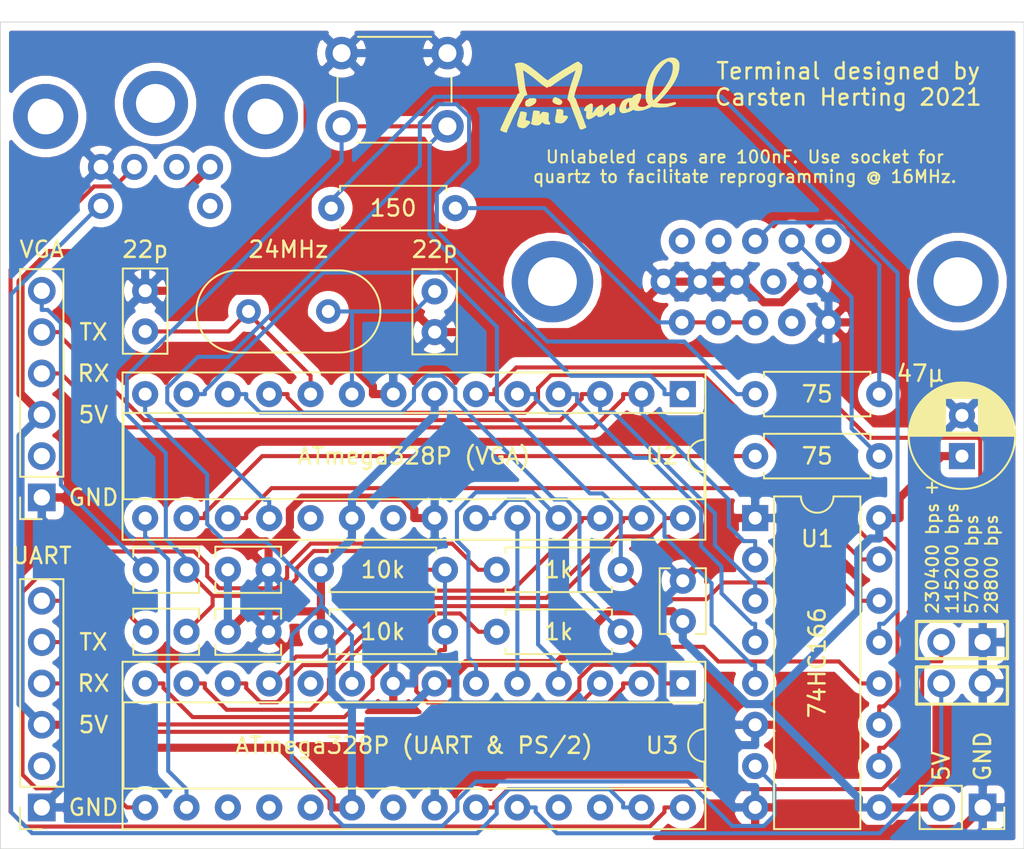
<source format=kicad_pcb>
(kicad_pcb (version 20171130) (host pcbnew "(5.1.5)-3")
  (layers (0 F.Cu signal) (31 B.Cu signal) (34 B.Paste user hide) (35 F.Paste user hide) (36 B.SilkS user) (37 F.SilkS user) (38 B.Mask user) (39 F.Mask user) (44 Edge.Cuts user))
  (net 0 "")
  (net 1 GND)
  (net 2 +5V)
  (net 3 "Net-(J1-Pad5)")
  (net 4 "Net-(J2-Pad1)")
  (net 5 "Net-(U1-Pad11)")
  (net 6 "Net-(J1-Pad4)")
  (net 7 "Net-(J2-Pad5)")
  (net 8 "Net-(J3-Pad1)")
  (net 9 "Net-(J3-Pad14)")
  (net 10 "Net-(J3-Pad13)")
  (net 11 /TR1)
  (net 12 /TR2)
  (net 13 /TR3)
  (net 14 /TR4)
  (net 15 /TR5)
  (net 16 /TR6)
  (net 17 /TR0)
  (net 18 /TR7)
  (net 19 "Net-(J5-Pad5)")
  (net 20 "Net-(J5-Pad4)")
  (net 21 /DATA_NEW)
  (net 22 "Net-(U1-Pad15)")
  (net 23 "Net-(U1-Pad4)")
  (net 24 "Net-(U1-Pad5)")
  (net 25 "Net-(U1-Pad10)")
  (net 26 "Net-(C1-Pad2)")
  (net 27 "Net-(C2-Pad2)")
  (net 28 "Net-(R1-Pad1)")
  (net 29 "Net-(R2-Pad1)")
  (net 30 "Net-(R5-Pad1)")
  (net 31 "Net-(R6-Pad2)")
  (net 32 "Net-(R7-Pad2)")
  (net 33 "Net-(C5-Pad2)")
  (net 34 "Net-(C7-Pad2)")
  (net 35 /CLKO)
  (net 36 ~RESET)
  (net 37 "Net-(J6-Pad4)")
  (net 38 "Net-(J6-Pad3)")
  (module ArduinoPC:PinHeader_2x02_P2.54mm_Vertical_Jumper (layer F.Cu) (at 169.545 82.55 270)
    (fp_text reference J6 hide)
    (fp_text value SPEED)
    (pad 4 thru_hole oval (at 2.54 2.54 270) (size 1.7 1.7) (drill 1) (layers *.Cu *.Mask) (net 37 "Net-(J6-Pad4)"))
    (pad 3 thru_hole oval (at 0 2.54 270) (size 1.7 1.7) (drill 1) (layers *.Cu *.Mask) (net 38 "Net-(J6-Pad3)"))
    (pad 2 thru_hole oval (at 2.54 0 270) (size 1.7 1.7) (drill 1) (layers *.Cu *.Mask) (net 1 GND))
    (pad 1 thru_hole rect (at 0 0 270) (size 1.7 1.7) (drill 1) (layers *.Cu *.Mask) (net 1 GND))
  )
  (module Package_DIP:DIP-28_W7.62mm_Socket (layer F.Cu) (at 151.13 85.09 270)
    (fp_text reference U3 (at 3.81 1.27 180) (layer F.SilkS))
    (fp_text value "ATmega328P (UART & PS/2)" (at 3.81 16.51 180) (layer F.SilkS))
    (pad 28 thru_hole oval (at 7.62 0 270) (size 1.6 1.6) (drill 0.8) (layers *.Cu *.Mask) (net 4 "Net-(J2-Pad1)"))
    (pad 14 thru_hole oval (at 0 33.02 270) (size 1.6 1.6) (drill 0.8) (layers *.Cu *.Mask) (net 16 /TR6))
    (pad 27 thru_hole oval (at 7.62 2.54 270) (size 1.6 1.6) (drill 0.8) (layers *.Cu *.Mask) (net 7 "Net-(J2-Pad5)"))
    (pad 13 thru_hole oval (at 0 30.48 270) (size 1.6 1.6) (drill 0.8) (layers *.Cu *.Mask) (net 15 /TR5))
    (pad 26 thru_hole oval (at 7.62 5.08 270) (size 1.6 1.6) (drill 0.8) (layers *.Cu *.Mask))
    (pad 12 thru_hole oval (at 0 27.94 270) (size 1.6 1.6) (drill 0.8) (layers *.Cu *.Mask) (net 14 /TR4))
    (pad 25 thru_hole oval (at 7.62 7.62 270) (size 1.6 1.6) (drill 0.8) (layers *.Cu *.Mask))
    (pad 11 thru_hole oval (at 0 25.4 270) (size 1.6 1.6) (drill 0.8) (layers *.Cu *.Mask) (net 13 /TR3))
    (pad 24 thru_hole oval (at 7.62 10.16 270) (size 1.6 1.6) (drill 0.8) (layers *.Cu *.Mask) (net 37 "Net-(J6-Pad4)"))
    (pad 10 thru_hole oval (at 0 22.86 270) (size 1.6 1.6) (drill 0.8) (layers *.Cu *.Mask))
    (pad 23 thru_hole oval (at 7.62 12.7 270) (size 1.6 1.6) (drill 0.8) (layers *.Cu *.Mask) (net 38 "Net-(J6-Pad3)"))
    (pad 9 thru_hole oval (at 0 20.32 270) (size 1.6 1.6) (drill 0.8) (layers *.Cu *.Mask) (net 35 /CLKO))
    (pad 22 thru_hole oval (at 7.62 15.24 270) (size 1.6 1.6) (drill 0.8) (layers *.Cu *.Mask) (net 1 GND))
    (pad 8 thru_hole oval (at 0 17.78 270) (size 1.6 1.6) (drill 0.8) (layers *.Cu *.Mask) (net 1 GND))
    (pad 21 thru_hole oval (at 7.62 17.78 270) (size 1.6 1.6) (drill 0.8) (layers *.Cu *.Mask))
    (pad 7 thru_hole oval (at 0 15.24 270) (size 1.6 1.6) (drill 0.8) (layers *.Cu *.Mask) (net 2 +5V))
    (pad 20 thru_hole oval (at 7.62 20.32 270) (size 1.6 1.6) (drill 0.8) (layers *.Cu *.Mask) (net 2 +5V))
    (pad 6 thru_hole oval (at 0 12.7 270) (size 1.6 1.6) (drill 0.8) (layers *.Cu *.Mask) (net 12 /TR2))
    (pad 19 thru_hole oval (at 7.62 22.86 270) (size 1.6 1.6) (drill 0.8) (layers *.Cu *.Mask))
    (pad 5 thru_hole oval (at 0 10.16 270) (size 1.6 1.6) (drill 0.8) (layers *.Cu *.Mask) (net 11 /TR1))
    (pad 18 thru_hole oval (at 7.62 25.4 270) (size 1.6 1.6) (drill 0.8) (layers *.Cu *.Mask))
    (pad 4 thru_hole oval (at 0 7.62 270) (size 1.6 1.6) (drill 0.8) (layers *.Cu *.Mask) (net 17 /TR0))
    (pad 17 thru_hole oval (at 7.62 27.94 270) (size 1.6 1.6) (drill 0.8) (layers *.Cu *.Mask))
    (pad 3 thru_hole oval (at 0 5.08 270) (size 1.6 1.6) (drill 0.8) (layers *.Cu *.Mask) (net 3 "Net-(J1-Pad5)"))
    (pad 16 thru_hole oval (at 7.62 30.48 270) (size 1.6 1.6) (drill 0.8) (layers *.Cu *.Mask) (net 21 /DATA_NEW))
    (pad 2 thru_hole oval (at 0 2.54 270) (size 1.6 1.6) (drill 0.8) (layers *.Cu *.Mask) (net 6 "Net-(J1-Pad4)"))
    (pad 15 thru_hole oval (at 7.62 33.02 270) (size 1.6 1.6) (drill 0.8) (layers *.Cu *.Mask) (net 18 /TR7))
    (pad 1 thru_hole rect (at 0 0 270) (size 1.6 1.6) (drill 0.8) (layers *.Cu *.Mask) (net 36 ~RESET))
  )
  (module Package_DIP:DIP-28_W7.62mm_Socket (layer F.Cu) (at 151.13 67.31 270)
    (fp_text reference U2 (at 3.81 1.27 180) (layer F.SilkS))
    (fp_text value "ATmega328P (VGA)" (at 3.81 16.51 180) (layer F.SilkS))
    (pad 28 thru_hole oval (at 7.62 0 270) (size 1.6 1.6) (drill 0.8) (layers *.Cu *.Mask) (net 15 /TR5))
    (pad 14 thru_hole oval (at 0 33.02 270) (size 1.6 1.6) (drill 0.8) (layers *.Cu *.Mask) (net 35 /CLKO))
    (pad 27 thru_hole oval (at 7.62 2.54 270) (size 1.6 1.6) (drill 0.8) (layers *.Cu *.Mask) (net 14 /TR4))
    (pad 13 thru_hole oval (at 0 30.48 270) (size 1.6 1.6) (drill 0.8) (layers *.Cu *.Mask) (net 29 "Net-(R2-Pad1)"))
    (pad 26 thru_hole oval (at 7.62 5.08 270) (size 1.6 1.6) (drill 0.8) (layers *.Cu *.Mask) (net 13 /TR3))
    (pad 12 thru_hole oval (at 0 27.94 270) (size 1.6 1.6) (drill 0.8) (layers *.Cu *.Mask) (net 28 "Net-(R1-Pad1)"))
    (pad 25 thru_hole oval (at 7.62 7.62 270) (size 1.6 1.6) (drill 0.8) (layers *.Cu *.Mask) (net 12 /TR2))
    (pad 11 thru_hole oval (at 0 25.4 270) (size 1.6 1.6) (drill 0.8) (layers *.Cu *.Mask) (net 5 "Net-(U1-Pad11)"))
    (pad 24 thru_hole oval (at 7.62 10.16 270) (size 1.6 1.6) (drill 0.8) (layers *.Cu *.Mask) (net 11 /TR1))
    (pad 10 thru_hole oval (at 0 22.86 270) (size 1.6 1.6) (drill 0.8) (layers *.Cu *.Mask) (net 33 "Net-(C5-Pad2)"))
    (pad 23 thru_hole oval (at 7.62 12.7 270) (size 1.6 1.6) (drill 0.8) (layers *.Cu *.Mask) (net 17 /TR0))
    (pad 9 thru_hole oval (at 0 20.32 270) (size 1.6 1.6) (drill 0.8) (layers *.Cu *.Mask) (net 34 "Net-(C7-Pad2)"))
    (pad 22 thru_hole oval (at 7.62 15.24 270) (size 1.6 1.6) (drill 0.8) (layers *.Cu *.Mask) (net 1 GND))
    (pad 8 thru_hole oval (at 0 17.78 270) (size 1.6 1.6) (drill 0.8) (layers *.Cu *.Mask) (net 1 GND))
    (pad 21 thru_hole oval (at 7.62 17.78 270) (size 1.6 1.6) (drill 0.8) (layers *.Cu *.Mask))
    (pad 7 thru_hole oval (at 0 15.24 270) (size 1.6 1.6) (drill 0.8) (layers *.Cu *.Mask) (net 2 +5V))
    (pad 20 thru_hole oval (at 7.62 20.32 270) (size 1.6 1.6) (drill 0.8) (layers *.Cu *.Mask) (net 2 +5V))
    (pad 6 thru_hole oval (at 0 12.7 270) (size 1.6 1.6) (drill 0.8) (layers *.Cu *.Mask) (net 25 "Net-(U1-Pad10)"))
    (pad 19 thru_hole oval (at 7.62 22.86 270) (size 1.6 1.6) (drill 0.8) (layers *.Cu *.Mask))
    (pad 5 thru_hole oval (at 0 10.16 270) (size 1.6 1.6) (drill 0.8) (layers *.Cu *.Mask) (net 24 "Net-(U1-Pad5)"))
    (pad 18 thru_hole oval (at 7.62 25.4 270) (size 1.6 1.6) (drill 0.8) (layers *.Cu *.Mask) (net 31 "Net-(R6-Pad2)"))
    (pad 4 thru_hole oval (at 0 7.62 270) (size 1.6 1.6) (drill 0.8) (layers *.Cu *.Mask) (net 23 "Net-(U1-Pad4)"))
    (pad 17 thru_hole oval (at 7.62 27.94 270) (size 1.6 1.6) (drill 0.8) (layers *.Cu *.Mask) (net 22 "Net-(U1-Pad15)"))
    (pad 3 thru_hole oval (at 0 5.08 270) (size 1.6 1.6) (drill 0.8) (layers *.Cu *.Mask) (net 19 "Net-(J5-Pad5)"))
    (pad 16 thru_hole oval (at 7.62 30.48 270) (size 1.6 1.6) (drill 0.8) (layers *.Cu *.Mask) (net 32 "Net-(R7-Pad2)"))
    (pad 2 thru_hole oval (at 0 2.54 270) (size 1.6 1.6) (drill 0.8) (layers *.Cu *.Mask) (net 20 "Net-(J5-Pad4)"))
    (pad 15 thru_hole oval (at 7.62 33.02 270) (size 1.6 1.6) (drill 0.8) (layers *.Cu *.Mask) (net 21 /DATA_NEW))
    (pad 1 thru_hole rect (at 0 0 270) (size 1.6 1.6) (drill 0.8) (layers *.Cu *.Mask) (net 36 ~RESET))
  )
  (module ArduinoPC:logo (layer F.Cu) (at 145.415 48.895)
    (fp_text reference G*** hide)
    (fp_text value LOGO hide)
  )
  (module Crystal:Crystal_HC18-U_Vertical (layer F.Cu) (at 124.46 62.23)
    (fp_text reference Y1 hide)
    (fp_text value 24MHz (at 2.45 -3.81) (layer F.SilkS))
    (pad 2 thru_hole circle (at 4.9 0) (size 1.5 1.5) (drill 0.8) (layers *.Cu *.Mask) (net 34 "Net-(C7-Pad2)"))
    (pad 1 thru_hole circle (at 0 0) (size 1.5 1.5) (drill 0.8) (layers *.Cu *.Mask) (net 33 "Net-(C5-Pad2)"))
  )
  (module Button_Switch_THT:SW_PUSH_6mm (layer F.Cu) (at 130.175 46.355)
    (fp_text reference SW1 hide)
    (fp_text value SW_Push hide)
    (pad 1 thru_hole circle (at 6.5 0 90) (size 2 2) (drill 1.1) (layers *.Cu *.Mask) (net 1 GND))
    (pad 2 thru_hole circle (at 6.5 4.5 90) (size 2 2) (drill 1.1) (layers *.Cu *.Mask) (net 36 ~RESET))
    (pad 1 thru_hole circle (at 0 0 90) (size 2 2) (drill 1.1) (layers *.Cu *.Mask) (net 1 GND))
    (pad 2 thru_hole circle (at 0 4.5 90) (size 2 2) (drill 1.1) (layers *.Cu *.Mask) (net 36 ~RESET))
  )
  (module Capacitor_THT:C_Disc_D3.8mm_W2.6mm_P2.50mm (layer F.Cu) (at 123.19 81.915)
    (fp_text reference C4 hide)
    (fp_text value .1µ)
    (pad 2 thru_hole circle (at 2.5 0) (size 1.6 1.6) (drill 0.8) (layers *.Cu *.Mask) (net 1 GND))
    (pad 1 thru_hole circle (at 0 0) (size 1.6 1.6) (drill 0.8) (layers *.Cu *.Mask) (net 2 +5V))
  )
  (module Capacitor_THT:CP_Radial_D6.3mm_P2.50mm (layer F.Cu) (at 168.275 71.12 90)
    (fp_text reference C3 hide)
    (fp_text value 47µ (at 5.08 -2.54 180) (layer F.SilkS))
    (pad 2 thru_hole circle (at 2.5 0 90) (size 1.6 1.6) (drill 0.8) (layers *.Cu *.Mask) (net 1 GND))
    (pad 1 thru_hole rect (at 0 0 90) (size 1.6 1.6) (drill 0.8) (layers *.Cu *.Mask) (net 2 +5V))
  )
  (module Capacitor_THT:C_Disc_D5.0mm_W2.5mm_P2.50mm (layer F.Cu) (at 135.89 63.5 90)
    (fp_text reference C7 hide)
    (fp_text value 22p (at 5.08 0 180) (layer F.SilkS))
    (pad 2 thru_hole circle (at 2.5 0 90) (size 1.6 1.6) (drill 0.8) (layers *.Cu *.Mask) (net 34 "Net-(C7-Pad2)"))
    (pad 1 thru_hole circle (at 0 0 90) (size 1.6 1.6) (drill 0.8) (layers *.Cu *.Mask) (net 1 GND))
  )
  (module Capacitor_THT:C_Disc_D5.0mm_W2.5mm_P2.50mm (layer F.Cu) (at 118.11 60.96 270)
    (fp_text reference C5 hide)
    (fp_text value 22p (at -2.54 0 180) (layer F.SilkS))
    (pad 2 thru_hole circle (at 2.5 0 270) (size 1.6 1.6) (drill 0.8) (layers *.Cu *.Mask) (net 33 "Net-(C5-Pad2)"))
    (pad 1 thru_hole circle (at 0 0 270) (size 1.6 1.6) (drill 0.8) (layers *.Cu *.Mask) (net 1 GND))
  )
  (module Capacitor_THT:C_Disc_D3.8mm_W2.6mm_P2.50mm (layer F.Cu) (at 151.13 81.28 90)
    (fp_text reference C10 hide)
    (fp_text value .1µ hide)
    (pad 2 thru_hole circle (at 2.5 0 90) (size 1.6 1.6) (drill 0.8) (layers *.Cu *.Mask) (net 1 GND))
    (pad 1 thru_hole circle (at 0 0 90) (size 1.6 1.6) (drill 0.8) (layers *.Cu *.Mask) (net 2 +5V))
  )
  (module Capacitor_THT:C_Disc_D3.8mm_W2.6mm_P2.50mm (layer F.Cu) (at 123.19 78.105)
    (fp_text reference C9 hide)
    (fp_text value .1µ hide)
    (pad 2 thru_hole circle (at 2.5 0) (size 1.6 1.6) (drill 0.8) (layers *.Cu *.Mask) (net 1 GND))
    (pad 1 thru_hole circle (at 0 0) (size 1.6 1.6) (drill 0.8) (layers *.Cu *.Mask) (net 2 +5V))
  )
  (module Capacitor_THT:C_Disc_D3.8mm_W2.6mm_P2.50mm (layer F.Cu) (at 120.65 78.105 180)
    (fp_text reference C2 hide)
    (fp_text value .1µ hide)
    (pad 2 thru_hole circle (at 2.5 0 180) (size 1.6 1.6) (drill 0.8) (layers *.Cu *.Mask) (net 27 "Net-(C2-Pad2)"))
    (pad 1 thru_hole circle (at 0 0 180) (size 1.6 1.6) (drill 0.8) (layers *.Cu *.Mask) (net 36 ~RESET))
  )
  (module Capacitor_THT:C_Disc_D3.8mm_W2.6mm_P2.50mm (layer F.Cu) (at 120.65 81.915 180)
    (fp_text reference C1 hide)
    (fp_text value .1µ hide)
    (pad 2 thru_hole circle (at 2.5 0 180) (size 1.6 1.6) (drill 0.8) (layers *.Cu *.Mask) (net 26 "Net-(C1-Pad2)"))
    (pad 1 thru_hole circle (at 0 0 180) (size 1.6 1.6) (drill 0.8) (layers *.Cu *.Mask) (net 36 ~RESET))
  )
  (module Package_DIP:DIP-16_W7.62mm (layer F.Cu) (at 155.575 74.93)
    (fp_text reference U1 (at 3.81 1.27 180) (layer F.SilkS))
    (fp_text value 74HC166 (at 3.81 8.89 90) (layer F.SilkS))
    (pad 16 thru_hole oval (at 7.62 0) (size 1.6 1.6) (drill 0.8) (layers *.Cu *.Mask) (net 2 +5V))
    (pad 8 thru_hole oval (at 0 17.78) (size 1.6 1.6) (drill 0.8) (layers *.Cu *.Mask) (net 1 GND))
    (pad 15 thru_hole oval (at 7.62 2.54) (size 1.6 1.6) (drill 0.8) (layers *.Cu *.Mask) (net 22 "Net-(U1-Pad15)"))
    (pad 7 thru_hole oval (at 0 15.24) (size 1.6 1.6) (drill 0.8) (layers *.Cu *.Mask) (net 35 /CLKO))
    (pad 14 thru_hole oval (at 7.62 5.08) (size 1.6 1.6) (drill 0.8) (layers *.Cu *.Mask) (net 29 "Net-(R2-Pad1)"))
    (pad 6 thru_hole oval (at 0 12.7) (size 1.6 1.6) (drill 0.8) (layers *.Cu *.Mask) (net 1 GND))
    (pad 13 thru_hole oval (at 7.62 7.62) (size 1.6 1.6) (drill 0.8) (layers *.Cu *.Mask) (net 30 "Net-(R5-Pad1)"))
    (pad 5 thru_hole oval (at 0 10.16) (size 1.6 1.6) (drill 0.8) (layers *.Cu *.Mask) (net 24 "Net-(U1-Pad5)"))
    (pad 12 thru_hole oval (at 7.62 10.16) (size 1.6 1.6) (drill 0.8) (layers *.Cu *.Mask) (net 28 "Net-(R1-Pad1)"))
    (pad 4 thru_hole oval (at 0 7.62) (size 1.6 1.6) (drill 0.8) (layers *.Cu *.Mask) (net 23 "Net-(U1-Pad4)"))
    (pad 11 thru_hole oval (at 7.62 12.7) (size 1.6 1.6) (drill 0.8) (layers *.Cu *.Mask) (net 5 "Net-(U1-Pad11)"))
    (pad 3 thru_hole oval (at 0 5.08) (size 1.6 1.6) (drill 0.8) (layers *.Cu *.Mask) (net 19 "Net-(J5-Pad5)"))
    (pad 10 thru_hole oval (at 7.62 15.24) (size 1.6 1.6) (drill 0.8) (layers *.Cu *.Mask) (net 25 "Net-(U1-Pad10)"))
    (pad 2 thru_hole oval (at 0 2.54) (size 1.6 1.6) (drill 0.8) (layers *.Cu *.Mask) (net 20 "Net-(J5-Pad4)"))
    (pad 9 thru_hole oval (at 7.62 17.78) (size 1.6 1.6) (drill 0.8) (layers *.Cu *.Mask) (net 2 +5V))
    (pad 1 thru_hole rect (at 0 0) (size 1.6 1.6) (drill 0.8) (layers *.Cu *.Mask) (net 1 GND))
  )
  (module Resistor_THT:R_Axial_DIN0207_L6.3mm_D2.5mm_P7.62mm_Horizontal (layer F.Cu) (at 147.32 78.105 180)
    (fp_text reference R2 hide)
    (fp_text value 1k (at 3.81 0) (layer F.SilkS))
    (pad 2 thru_hole oval (at 7.62 0 180) (size 1.6 1.6) (drill 0.8) (layers *.Cu *.Mask) (net 18 /TR7))
    (pad 1 thru_hole circle (at 0 0 180) (size 1.6 1.6) (drill 0.8) (layers *.Cu *.Mask) (net 29 "Net-(R2-Pad1)"))
  )
  (module Resistor_THT:R_Axial_DIN0207_L6.3mm_D2.5mm_P7.62mm_Horizontal (layer F.Cu) (at 147.32 81.915 180)
    (fp_text reference R1 hide)
    (fp_text value 1k (at 3.81 0) (layer F.SilkS))
    (pad 2 thru_hole oval (at 7.62 0 180) (size 1.6 1.6) (drill 0.8) (layers *.Cu *.Mask) (net 16 /TR6))
    (pad 1 thru_hole circle (at 0 0 180) (size 1.6 1.6) (drill 0.8) (layers *.Cu *.Mask) (net 28 "Net-(R1-Pad1)"))
  )
  (module Connector_PinSocket_2.54mm:PinSocket_1x02_P2.54mm_Vertical (layer F.Cu) (at 169.545 92.71 270)
    (fp_text reference J4 hide)
    (fp_text value 5V (at -2.54 2.54 270) (layer F.SilkS))
    (pad 2 thru_hole oval (at 0 2.54 270) (size 1.7 1.7) (drill 1) (layers *.Cu *.Mask) (net 2 +5V))
    (pad 1 thru_hole rect (at 0 0 270) (size 1.7 1.7) (drill 1) (layers *.Cu *.Mask) (net 1 GND))
  )
  (module ArduinoPC:FP_MINI_DIN_6_PS2 (layer F.Cu) (at 118.745 44.45)
    (fp_text reference J2 hide)
    (fp_text value "PS/2 Keyboard" hide)
    (pad 2 thru_hole circle (at 1.3 8.9) (size 1.6 1.6) (drill 0.9) (layers *.Cu *.Mask))
    (pad "" thru_hole circle (at 0 5) (size 4 4) (drill 2.4) (layers *.Cu *.Mask))
    (pad "" thru_hole circle (at 6.75 5.8) (size 4 4) (drill 2.2) (layers *.Cu *.Mask))
    (pad "" thru_hole circle (at -6.75 5.8) (size 4 4) (drill 2.2) (layers *.Cu *.Mask))
    (pad 1 thru_hole circle (at -1.3 8.9) (size 1.6 1.6) (drill 0.9) (layers *.Cu *.Mask) (net 4 "Net-(J2-Pad1)"))
    (pad 3 thru_hole circle (at -3.35 8.9) (size 1.6 1.6) (drill 0.9) (layers *.Cu *.Mask) (net 1 GND))
    (pad 4 thru_hole circle (at 3.35 8.9) (size 1.6 1.6) (drill 0.9) (layers *.Cu *.Mask) (net 2 +5V))
    (pad 6 thru_hole circle (at 3.35 11.3) (size 1.6 1.6) (drill 0.9) (layers *.Cu *.Mask))
    (pad 5 thru_hole circle (at -3.35 11.3) (size 1.6 1.6) (drill 0.9) (layers *.Cu *.Mask) (net 7 "Net-(J2-Pad5)"))
  )
  (module "ArduinoPC:VGA DSUB15HD_female" (layer F.Cu) (at 155.575 65.151 180)
    (fp_text reference J3 hide)
    (fp_text value "VGA DB15 HD Connector (Female)" hide)
    (pad 3 thru_hole circle (at 0 2.25 180) (size 1.6 1.6) (drill 0.8) (layers *.Cu *.Mask) (net 8 "Net-(J3-Pad1)"))
    (pad 2 thru_hole circle (at 2.25 2.25 180) (size 1.6 1.6) (drill 0.8) (layers *.Cu *.Mask) (net 8 "Net-(J3-Pad1)"))
    (pad 1 thru_hole circle (at 4.5 2.25 180) (size 1.6 1.6) (drill 0.8) (layers *.Cu *.Mask) (net 8 "Net-(J3-Pad1)"))
    (pad 4 thru_hole circle (at -2.25 2.25 180) (size 1.7 1.7) (drill 0.8) (layers *.Cu *.Mask))
    (pad 5 thru_hole circle (at -4.5 2.25 180) (size 1.6 1.6) (drill 0.8) (layers *.Cu *.Mask) (net 1 GND))
    (pad 11 thru_hole circle (at 4.5 7.25 180) (size 1.6 1.6) (drill 0.8) (layers *.Cu *.Mask))
    (pad 12 thru_hole circle (at 2.25 7.25 180) (size 1.6 1.6) (drill 0.8) (layers *.Cu *.Mask))
    (pad 14 thru_hole circle (at -2.25 7.25 180) (size 1.6 1.6) (drill 0.8) (layers *.Cu *.Mask) (net 9 "Net-(J3-Pad14)"))
    (pad 15 thru_hole circle (at -4.5 7.25 180) (size 1.6 1.6) (drill 0.8) (layers *.Cu *.Mask))
    (pad 13 thru_hole circle (at 0 7.25 180) (size 1.6 1.6) (drill 0.8) (layers *.Cu *.Mask) (net 10 "Net-(J3-Pad13)"))
    (pad 6 thru_hole circle (at 5.625 4.75 180) (size 1.6 1.6) (drill 0.8) (layers *.Cu *.Mask) (net 1 GND))
    (pad 7 thru_hole circle (at 3.375 4.75 180) (size 1.6 1.6) (drill 0.8) (layers *.Cu *.Mask) (net 1 GND))
    (pad 9 thru_hole circle (at -1.125 4.75 180) (size 1.6 1.6) (drill 0.8) (layers *.Cu *.Mask))
    (pad 10 thru_hole circle (at -3.375 4.75 180) (size 1.6 1.6) (drill 0.8) (layers *.Cu *.Mask) (net 1 GND))
    (pad 8 thru_hole circle (at 1.125 4.75 180) (size 1.6 1.6) (drill 0.8) (layers *.Cu *.Mask) (net 1 GND))
    (pad "" thru_hole circle (at 12.45 4.75 180) (size 5 5) (drill 3) (layers *.Cu *.Mask))
    (pad "" thru_hole circle (at -12.45 4.75 180) (size 5 5) (drill 3) (layers *.Cu *.Mask))
  )
  (module Resistor_THT:R_Axial_DIN0207_L6.3mm_D2.5mm_P7.62mm_Horizontal (layer F.Cu) (at 163.195 67.31 180)
    (fp_text reference R6 hide)
    (fp_text value 75 (at 3.81 0) (layer F.SilkS))
    (pad 1 thru_hole circle (at 0 0 180) (size 1.6 1.6) (drill 0.8) (layers *.Cu *.Mask) (net 10 "Net-(J3-Pad13)"))
    (pad 2 thru_hole oval (at 7.62 0 180) (size 1.6 1.6) (drill 0.8) (layers *.Cu *.Mask) (net 31 "Net-(R6-Pad2)"))
  )
  (module Resistor_THT:R_Axial_DIN0207_L6.3mm_D2.5mm_P7.62mm_Horizontal (layer F.Cu) (at 163.195 71.12 180)
    (fp_text reference R7 hide)
    (fp_text value 75 (at 3.81 0) (layer F.SilkS))
    (pad 2 thru_hole oval (at 7.62 0 180) (size 1.6 1.6) (drill 0.8) (layers *.Cu *.Mask) (net 32 "Net-(R7-Pad2)"))
    (pad 1 thru_hole circle (at 0 0 180) (size 1.6 1.6) (drill 0.8) (layers *.Cu *.Mask) (net 9 "Net-(J3-Pad14)"))
  )
  (module Resistor_THT:R_Axial_DIN0207_L6.3mm_D2.5mm_P7.62mm_Horizontal (layer F.Cu) (at 129.54 55.88)
    (fp_text reference R5 hide)
    (fp_text value 150 (at 3.81 0) (layer F.SilkS))
    (pad 1 thru_hole circle (at 0 0) (size 1.6 1.6) (drill 0.8) (layers *.Cu *.Mask) (net 30 "Net-(R5-Pad1)"))
    (pad 2 thru_hole oval (at 7.62 0) (size 1.6 1.6) (drill 0.8) (layers *.Cu *.Mask) (net 8 "Net-(J3-Pad1)"))
  )
  (module Resistor_THT:R_Axial_DIN0207_L6.3mm_D2.5mm_P7.62mm_Horizontal (layer F.Cu) (at 128.905 78.105)
    (fp_text reference R3 hide)
    (fp_text value 10k (at 3.81 0) (layer F.SilkS))
    (pad 2 thru_hole oval (at 7.62 0) (size 1.6 1.6) (drill 0.8) (layers *.Cu *.Mask) (net 36 ~RESET))
    (pad 1 thru_hole circle (at 0 0) (size 1.6 1.6) (drill 0.8) (layers *.Cu *.Mask) (net 2 +5V))
  )
  (module Connector_PinSocket_2.54mm:PinSocket_1x06_P2.54mm_Vertical (layer F.Cu) (at 111.76 92.71 180)
    (fp_text reference J1 hide)
    (fp_text value UART (at 0 15.47) (layer F.SilkS))
    (pad 1 thru_hole rect (at 0 0 180) (size 1.7 1.7) (drill 1) (layers *.Cu *.Mask) (net 1 GND))
    (pad 2 thru_hole oval (at 0 2.54 180) (size 1.7 1.7) (drill 1) (layers *.Cu *.Mask))
    (pad 3 thru_hole oval (at 0 5.08 180) (size 1.7 1.7) (drill 1) (layers *.Cu *.Mask) (net 2 +5V))
    (pad 4 thru_hole oval (at 0 7.62 180) (size 1.7 1.7) (drill 1) (layers *.Cu *.Mask) (net 6 "Net-(J1-Pad4)"))
    (pad 5 thru_hole oval (at 0 10.16 180) (size 1.7 1.7) (drill 1) (layers *.Cu *.Mask) (net 3 "Net-(J1-Pad5)"))
    (pad 6 thru_hole oval (at 0 12.7 180) (size 1.7 1.7) (drill 1) (layers *.Cu *.Mask) (net 26 "Net-(C1-Pad2)"))
  )
  (module Connector_PinSocket_2.54mm:PinSocket_1x06_P2.54mm_Vertical (layer F.Cu) (at 111.76 73.66 180)
    (fp_text reference J5 hide)
    (fp_text value VGA (at 0 15.24) (layer F.SilkS))
    (pad 6 thru_hole oval (at 0 12.7 180) (size 1.7 1.7) (drill 1) (layers *.Cu *.Mask) (net 27 "Net-(C2-Pad2)"))
    (pad 5 thru_hole oval (at 0 10.16 180) (size 1.7 1.7) (drill 1) (layers *.Cu *.Mask) (net 19 "Net-(J5-Pad5)"))
    (pad 4 thru_hole oval (at 0 7.62 180) (size 1.7 1.7) (drill 1) (layers *.Cu *.Mask) (net 20 "Net-(J5-Pad4)"))
    (pad 3 thru_hole oval (at 0 5.08 180) (size 1.7 1.7) (drill 1) (layers *.Cu *.Mask) (net 2 +5V))
    (pad 2 thru_hole oval (at 0 2.54 180) (size 1.7 1.7) (drill 1) (layers *.Cu *.Mask))
    (pad 1 thru_hole rect (at 0 0 180) (size 1.7 1.7) (drill 1) (layers *.Cu *.Mask) (net 1 GND))
  )
  (module Resistor_THT:R_Axial_DIN0207_L6.3mm_D2.5mm_P7.62mm_Horizontal (layer F.Cu) (at 128.905 81.915)
    (fp_text reference R4 hide)
    (fp_text value 10k (at 3.81 0) (layer F.SilkS))
    (pad 1 thru_hole circle (at 0 0) (size 1.6 1.6) (drill 0.8) (layers *.Cu *.Mask) (net 2 +5V))
    (pad 2 thru_hole oval (at 7.62 0) (size 1.6 1.6) (drill 0.8) (layers *.Cu *.Mask) (net 36 ~RESET))
  )
  (gr_text TX (at 114.935 63.5) (layer F.SilkS) (effects (font (size 1 1))))
  (gr_text RX (at 114.935 66.04) (layer F.SilkS) (effects (font (size 1 1))))
  (gr_text 5V (at 114.935 68.58) (layer F.SilkS) (effects (font (size 1 1))))
  (gr_text GND (at 114.935 73.66) (layer F.SilkS) (effects (font (size 1 1))))
  (gr_text "Terminal designed by\nCarsten Herting 2021" (at 161.29 48.26) (layer F.SilkS) (effects (font (size 1 1))))
  (gr_text GND (at 169.545 91.186 90) (layer F.SilkS) (effects (font (size 1 1)) (justify left)))
  (gr_text "230400 bps\n115200 bps\n57600 bps\n28800 bps" (at 168.275 80.899 90) (layer F.SilkS) (effects (font (size 0.75 0.75) (thickness 0.125)) (justify left)))
  (gr_text "Unlabeled caps are 100nF. Use socket for\nquartz to facilitate reprogramming @ 16MHz.\n" (at 154.94 53.34) (layer F.SilkS) (effects (font (size 0.75 0.75) (thickness 0.125))))
  (gr_text TX (at 114.935 82.55) (layer F.SilkS) (effects (font (size 1 1))))
  (gr_text RX (at 114.935 85.09) (layer F.SilkS) (effects (font (size 1 1))))
  (gr_text 5V (at 114.935 87.63) (layer F.SilkS) (effects (font (size 1 1))))
  (gr_text GND (at 114.935 92.71) (layer F.SilkS) (effects (font (size 1 1))))
  (gr_line (start 109.22 44.45) (end 109.22 95.25) (layer Edge.Cuts) (width 0.05))
  (gr_line (start 172.085 44.45) (end 109.22 44.45) (layer Edge.Cuts) (width 0.05))
  (gr_line (start 172.085 95.25) (end 172.085 44.45) (layer Edge.Cuts) (width 0.05))
  (gr_line (start 109.22 95.25) (end 172.085 95.25) (layer Edge.Cuts) (width 0.05))
  (segment (start 155.575 74.93) (end 154.3247 74.93) (width 0.5) (layer F.Cu) (net 1))
  (segment (start 151.13 78.78) (end 154.3247 75.5853) (width 0.5) (layer F.Cu) (net 1))
  (segment (start 154.3247 75.5853) (end 154.3247 74.93) (width 0.5) (layer F.Cu) (net 1))
  (segment (start 137.16 86.395) (end 137.16 90.1897) (width 0.5) (layer B.Cu) (net 1))
  (segment (start 137.16 90.1897) (end 135.89 91.4597) (width 0.5) (layer B.Cu) (net 1))
  (segment (start 135.255 83.8031) (end 136.3899 83.8031) (width 0.5) (layer B.Cu) (net 1))
  (segment (start 136.3899 83.8031) (end 137.16 84.5732) (width 0.5) (layer B.Cu) (net 1))
  (segment (start 137.16 84.5732) (end 137.16 86.395) (width 0.5) (layer B.Cu) (net 1))
  (segment (start 137.16 86.395) (end 149.5657 86.395) (width 0.5) (layer B.Cu) (net 1))
  (segment (start 149.5657 86.395) (end 149.8796 86.0811) (width 0.5) (layer B.Cu) (net 1))
  (segment (start 149.8796 86.0811) (end 149.8796 80.0304) (width 0.5) (layer B.Cu) (net 1))
  (segment (start 149.8796 80.0304) (end 151.13 78.78) (width 0.5) (layer B.Cu) (net 1))
  (segment (start 154.2854 89.0751) (end 152.8736 89.0751) (width 0.5) (layer B.Cu) (net 1))
  (segment (start 152.8736 89.0751) (end 149.8796 86.0811) (width 0.5) (layer B.Cu) (net 1))
  (segment (start 118.11 60.96) (end 118.11 56.065) (width 0.5) (layer B.Cu) (net 1))
  (segment (start 118.11 56.065) (end 115.395 53.35) (width 0.5) (layer B.Cu) (net 1))
  (segment (start 155.575 88.8803) (end 154.4802 88.8803) (width 0.5) (layer B.Cu) (net 1))
  (segment (start 154.4802 88.8803) (end 154.2854 89.0751) (width 0.5) (layer B.Cu) (net 1))
  (segment (start 155.575 91.4597) (end 155.028 91.4597) (width 0.5) (layer B.Cu) (net 1))
  (segment (start 155.028 91.4597) (end 154.2854 90.7171) (width 0.5) (layer B.Cu) (net 1))
  (segment (start 154.2854 90.7171) (end 154.2854 89.0751) (width 0.5) (layer B.Cu) (net 1))
  (segment (start 169.545 85.09) (end 169.545 82.55) (width 0.5) (layer B.Cu) (net 1))
  (segment (start 126.23 60.96) (end 118.11 60.96) (width 0.5) (layer F.Cu) (net 1))
  (segment (start 132.0997 67.31) (end 132.0997 66.8297) (width 0.5) (layer F.Cu) (net 1))
  (segment (start 132.0997 66.8297) (end 126.23 60.96) (width 0.5) (layer F.Cu) (net 1))
  (segment (start 126.23 60.96) (end 128.0873 59.1027) (width 0.5) (layer F.Cu) (net 1))
  (segment (start 128.0873 59.1027) (end 128.0873 48.4427) (width 0.5) (layer F.Cu) (net 1))
  (segment (start 128.0873 48.4427) (end 130.175 46.355) (width 0.5) (layer F.Cu) (net 1))
  (segment (start 133.35 67.31) (end 132.0997 67.31) (width 0.5) (layer F.Cu) (net 1))
  (segment (start 155.575 74.93) (end 155.575 73.6797) (width 0.5) (layer B.Cu) (net 1))
  (segment (start 155.575 73.6797) (end 160.075 69.1797) (width 0.5) (layer B.Cu) (net 1))
  (segment (start 160.075 69.1797) (end 160.075 62.901) (width 0.5) (layer B.Cu) (net 1))
  (segment (start 149.95 60.401) (end 146.851 63.5) (width 0.5) (layer F.Cu) (net 1))
  (segment (start 146.851 63.5) (end 135.89 63.5) (width 0.5) (layer F.Cu) (net 1))
  (segment (start 152.2 60.401) (end 149.95 60.401) (width 0.5) (layer F.Cu) (net 1))
  (segment (start 136.675 46.355) (end 130.175 46.355) (width 0.5) (layer B.Cu) (net 1))
  (segment (start 155.575 87.63) (end 155.575 88.8803) (width 0.5) (layer B.Cu) (net 1))
  (segment (start 155.575 92.71) (end 155.575 91.4597) (width 0.5) (layer B.Cu) (net 1))
  (segment (start 125.69 76.5175) (end 125.5343 76.3618) (width 0.5) (layer F.Cu) (net 1))
  (segment (start 125.5343 76.3618) (end 115.7621 76.3618) (width 0.5) (layer F.Cu) (net 1))
  (segment (start 115.7621 76.3618) (end 113.0603 73.66) (width 0.5) (layer F.Cu) (net 1))
  (segment (start 135.89 74.93) (end 135.89 76.1803) (width 0.5) (layer B.Cu) (net 1))
  (segment (start 134.6397 74.93) (end 134.6397 74.383) (width 0.5) (layer F.Cu) (net 1))
  (segment (start 134.6397 74.383) (end 133.9283 73.6716) (width 0.5) (layer F.Cu) (net 1))
  (segment (start 133.9283 73.6716) (end 127.7566 73.6716) (width 0.5) (layer F.Cu) (net 1))
  (segment (start 127.7566 73.6716) (end 127 74.4282) (width 0.5) (layer F.Cu) (net 1))
  (segment (start 127 74.4282) (end 127 75.441) (width 0.5) (layer F.Cu) (net 1))
  (segment (start 127 75.441) (end 125.9235 76.5175) (width 0.5) (layer F.Cu) (net 1))
  (segment (start 125.9235 76.5175) (end 125.69 76.5175) (width 0.5) (layer F.Cu) (net 1))
  (segment (start 125.69 78.105) (end 125.69 76.5175) (width 0.5) (layer F.Cu) (net 1))
  (segment (start 111.76 73.66) (end 113.0603 73.66) (width 0.5) (layer F.Cu) (net 1))
  (segment (start 135.89 74.93) (end 134.6397 74.93) (width 0.5) (layer F.Cu) (net 1))
  (segment (start 111.76 73.66) (end 111.76 74.9603) (width 0.5) (layer B.Cu) (net 1))
  (segment (start 111.76 74.9603) (end 113.0734 76.2737) (width 0.5) (layer B.Cu) (net 1))
  (segment (start 113.0734 76.2737) (end 113.0734 91.3966) (width 0.5) (layer B.Cu) (net 1))
  (segment (start 113.0734 91.3966) (end 111.76 92.71) (width 0.5) (layer B.Cu) (net 1))
  (segment (start 169.545 92.71) (end 169.545 85.09) (width 0.5) (layer B.Cu) (net 1))
  (segment (start 155.575 92.71) (end 156.8253 92.71) (width 0.5) (layer F.Cu) (net 1))
  (segment (start 156.8253 92.71) (end 158.1432 94.0279) (width 0.5) (layer F.Cu) (net 1))
  (segment (start 158.1432 94.0279) (end 168.2271 94.0279) (width 0.5) (layer F.Cu) (net 1))
  (segment (start 168.2271 94.0279) (end 169.545 92.71) (width 0.5) (layer F.Cu) (net 1))
  (segment (start 125.69 78.105) (end 125.69 81.915) (width 0.5) (layer B.Cu) (net 1))
  (segment (start 160.075 62.901) (end 162.556 62.901) (width 0.5) (layer F.Cu) (net 1))
  (segment (start 162.556 62.901) (end 168.275 68.62) (width 0.5) (layer F.Cu) (net 1))
  (segment (start 154.45 60.401) (end 154.8434 60.401) (width 0.5) (layer F.Cu) (net 1))
  (segment (start 154.8434 60.401) (end 156.11 61.6676) (width 0.5) (layer F.Cu) (net 1))
  (segment (start 156.11 61.6676) (end 157.2017 61.6676) (width 0.5) (layer F.Cu) (net 1))
  (segment (start 157.2017 61.6676) (end 158.4683 60.401) (width 0.5) (layer F.Cu) (net 1))
  (segment (start 158.4683 60.401) (end 158.95 60.401) (width 0.5) (layer F.Cu) (net 1))
  (segment (start 152.2 60.401) (end 154.45 60.401) (width 0.5) (layer F.Cu) (net 1))
  (segment (start 158.95 60.401) (end 160.075 61.526) (width 0.5) (layer B.Cu) (net 1))
  (segment (start 160.075 61.526) (end 160.075 62.901) (width 0.5) (layer B.Cu) (net 1))
  (segment (start 133.35 67.31) (end 133.35 66.0597) (width 0.5) (layer B.Cu) (net 1))
  (segment (start 133.35 66.0597) (end 135.89 63.5197) (width 0.5) (layer B.Cu) (net 1))
  (segment (start 135.89 63.5197) (end 135.89 63.5) (width 0.5) (layer B.Cu) (net 1))
  (segment (start 133.35 85.09) (end 134.6003 85.09) (width 0.5) (layer B.Cu) (net 1))
  (segment (start 135.255 83.8031) (end 134.6003 84.4578) (width 0.5) (layer B.Cu) (net 1))
  (segment (start 134.6003 84.4578) (end 134.6003 85.09) (width 0.5) (layer B.Cu) (net 1))
  (segment (start 135.255 83.8031) (end 135.255 76.8153) (width 0.5) (layer B.Cu) (net 1))
  (segment (start 135.255 76.8153) (end 135.89 76.1803) (width 0.5) (layer B.Cu) (net 1))
  (segment (start 135.89 92.71) (end 135.89 91.4597) (width 0.5) (layer B.Cu) (net 1))
  (segment (start 163.195 74.93) (end 164.4453 74.93) (width 0.5) (layer F.Cu) (net 2))
  (segment (start 168.275 71.12) (end 167.0247 71.12) (width 0.5) (layer F.Cu) (net 2))
  (segment (start 164.4453 74.93) (end 164.4453 73.6994) (width 0.5) (layer F.Cu) (net 2))
  (segment (start 164.4453 73.6994) (end 167.0247 71.12) (width 0.5) (layer F.Cu) (net 2))
  (segment (start 156.1386 86.36) (end 161.9447 92.1661) (width 0.5) (layer B.Cu) (net 2))
  (segment (start 161.9447 92.1661) (end 161.9447 92.71) (width 0.5) (layer B.Cu) (net 2))
  (segment (start 151.13 81.28) (end 151.13 82.4224) (width 0.5) (layer B.Cu) (net 2))
  (segment (start 151.13 82.4224) (end 155.0676 86.36) (width 0.5) (layer B.Cu) (net 2))
  (segment (start 155.0676 86.36) (end 156.1386 86.36) (width 0.5) (layer B.Cu) (net 2))
  (segment (start 156.1386 86.36) (end 161.9054 80.5932) (width 0.5) (layer B.Cu) (net 2))
  (segment (start 161.9054 80.5932) (end 161.9054 76.926) (width 0.5) (layer B.Cu) (net 2))
  (segment (start 161.9054 76.926) (end 162.6511 76.1803) (width 0.5) (layer B.Cu) (net 2))
  (segment (start 162.6511 76.1803) (end 163.195 76.1803) (width 0.5) (layer B.Cu) (net 2))
  (segment (start 163.195 74.93) (end 163.195 76.1803) (width 0.5) (layer B.Cu) (net 2))
  (segment (start 163.195 92.71) (end 161.9447 92.71) (width 0.5) (layer B.Cu) (net 2))
  (segment (start 135.89 85.09) (end 137.1403 85.09) (width 0.5) (layer F.Cu) (net 2))
  (segment (start 137.1403 85.09) (end 137.1403 84.5429) (width 0.5) (layer F.Cu) (net 2))
  (segment (start 137.1403 84.5429) (end 137.8435 83.8397) (width 0.5) (layer F.Cu) (net 2))
  (segment (start 137.8435 83.8397) (end 143.4111 83.8397) (width 0.5) (layer F.Cu) (net 2))
  (segment (start 143.4111 83.8397) (end 146.5956 80.6552) (width 0.5) (layer F.Cu) (net 2))
  (segment (start 146.5956 80.6552) (end 150.5052 80.6552) (width 0.5) (layer F.Cu) (net 2))
  (segment (start 150.5052 80.6552) (end 151.13 81.28) (width 0.5) (layer F.Cu) (net 2))
  (segment (start 130.81 74.93) (end 130.81 73.6797) (width 0.5) (layer B.Cu) (net 2))
  (segment (start 135.89 67.31) (end 135.89 68.5997) (width 0.5) (layer B.Cu) (net 2))
  (segment (start 135.89 68.5997) (end 130.81 73.6797) (width 0.5) (layer B.Cu) (net 2))
  (segment (start 130.81 74.93) (end 130.81 76.1803) (width 0.5) (layer B.Cu) (net 2))
  (segment (start 128.905 78.105) (end 128.905 78.0853) (width 0.5) (layer B.Cu) (net 2))
  (segment (start 128.905 78.0853) (end 130.81 76.1803) (width 0.5) (layer B.Cu) (net 2))
  (segment (start 111.76 87.63) (end 110.4542 86.3242) (width 0.5) (layer B.Cu) (net 2))
  (segment (start 110.4542 86.3242) (end 110.4542 69.8858) (width 0.5) (layer B.Cu) (net 2))
  (segment (start 110.4542 69.8858) (end 111.76 68.58) (width 0.5) (layer B.Cu) (net 2))
  (segment (start 130.81 86.3928) (end 130.341 86.3928) (width 0.5) (layer B.Cu) (net 2))
  (segment (start 130.341 86.3928) (end 129.5597 85.6115) (width 0.5) (layer B.Cu) (net 2))
  (segment (start 129.5597 85.6115) (end 129.5597 82.5697) (width 0.5) (layer B.Cu) (net 2))
  (segment (start 129.5597 82.5697) (end 128.905 81.915) (width 0.5) (layer B.Cu) (net 2))
  (segment (start 135.89 85.09) (end 134.5872 86.3928) (width 0.5) (layer B.Cu) (net 2))
  (segment (start 134.5872 86.3928) (end 130.81 86.3928) (width 0.5) (layer B.Cu) (net 2))
  (segment (start 130.81 91.4597) (end 130.81 86.3928) (width 0.5) (layer B.Cu) (net 2))
  (segment (start 130.81 92.71) (end 130.81 91.4597) (width 0.5) (layer B.Cu) (net 2))
  (segment (start 128.905 80.6614) (end 128.905 78.105) (width 0.5) (layer F.Cu) (net 2))
  (segment (start 128.905 81.915) (end 128.905 80.6614) (width 0.5) (layer F.Cu) (net 2))
  (segment (start 128.905 80.6614) (end 124.4436 80.6614) (width 0.5) (layer F.Cu) (net 2))
  (segment (start 124.4436 80.6614) (end 123.19 81.915) (width 0.5) (layer F.Cu) (net 2))
  (segment (start 113.0603 87.63) (end 114.4709 89.0406) (width 0.5) (layer F.Cu) (net 2))
  (segment (start 114.4709 89.0406) (end 126.4342 89.0406) (width 0.5) (layer F.Cu) (net 2))
  (segment (start 126.4342 89.0406) (end 129.5597 92.1661) (width 0.5) (layer F.Cu) (net 2))
  (segment (start 129.5597 92.1661) (end 129.5597 92.71) (width 0.5) (layer F.Cu) (net 2))
  (segment (start 163.195 92.71) (end 167.005 92.71) (width 0.5) (layer F.Cu) (net 2))
  (segment (start 111.76 68.58) (end 110.4557 67.2757) (width 0.5) (layer F.Cu) (net 2))
  (segment (start 110.4557 67.2757) (end 110.4557 60.4099) (width 0.5) (layer F.Cu) (net 2))
  (segment (start 110.4557 60.4099) (end 112.2243 58.6413) (width 0.5) (layer F.Cu) (net 2))
  (segment (start 112.2243 58.6413) (end 116.8037 58.6413) (width 0.5) (layer F.Cu) (net 2))
  (segment (start 116.8037 58.6413) (end 122.095 53.35) (width 0.5) (layer F.Cu) (net 2))
  (segment (start 111.76 87.63) (end 113.0603 87.63) (width 0.5) (layer F.Cu) (net 2))
  (segment (start 123.19 78.105) (end 123.19 81.915) (width 0.5) (layer B.Cu) (net 2))
  (segment (start 130.81 92.71) (end 129.5597 92.71) (width 0.5) (layer F.Cu) (net 2))
  (segment (start 146.05 85.09) (end 143.5313 87.6087) (width 0.25) (layer F.Cu) (net 3))
  (segment (start 143.5313 87.6087) (end 117.994 87.6087) (width 0.25) (layer F.Cu) (net 3))
  (segment (start 117.994 87.6087) (end 112.9353 82.55) (width 0.25) (layer F.Cu) (net 3))
  (segment (start 111.76 82.55) (end 112.9353 82.55) (width 0.25) (layer F.Cu) (net 3))
  (segment (start 151.13 92.71) (end 150.0047 92.71) (width 0.25) (layer F.Cu) (net 4))
  (segment (start 150.0047 92.71) (end 150.0047 92.9913) (width 0.25) (layer F.Cu) (net 4))
  (segment (start 150.0047 92.9913) (end 149.1106 93.8854) (width 0.25) (layer F.Cu) (net 4))
  (segment (start 149.1106 93.8854) (end 110.7567 93.8854) (width 0.25) (layer F.Cu) (net 4))
  (segment (start 110.7567 93.8854) (end 109.8451 92.9738) (width 0.25) (layer F.Cu) (net 4))
  (segment (start 109.8451 92.9738) (end 109.8451 59.6754) (width 0.25) (layer F.Cu) (net 4))
  (segment (start 109.8451 59.6754) (end 114.9705 54.55) (width 0.25) (layer F.Cu) (net 4))
  (segment (start 114.9705 54.55) (end 116.245 54.55) (width 0.25) (layer F.Cu) (net 4))
  (segment (start 116.245 54.55) (end 117.445 53.35) (width 0.25) (layer F.Cu) (net 4))
  (segment (start 125.73 67.31) (end 126.8553 67.31) (width 0.25) (layer F.Cu) (net 5))
  (segment (start 163.195 87.63) (end 163.195 86.5047) (width 0.25) (layer F.Cu) (net 5))
  (segment (start 163.195 86.5047) (end 163.4764 86.5047) (width 0.25) (layer F.Cu) (net 5))
  (segment (start 163.4764 86.5047) (end 164.3203 85.6608) (width 0.25) (layer F.Cu) (net 5))
  (segment (start 164.3203 85.6608) (end 164.3203 76.9325) (width 0.25) (layer F.Cu) (net 5))
  (segment (start 164.3203 76.9325) (end 163.5878 76.2) (width 0.25) (layer F.Cu) (net 5))
  (segment (start 163.5878 76.2) (end 162.4608 76.2) (width 0.25) (layer F.Cu) (net 5))
  (segment (start 162.4608 76.2) (end 152.3976 66.1368) (width 0.25) (layer F.Cu) (net 5))
  (segment (start 152.3976 66.1368) (end 143.0496 66.1368) (width 0.25) (layer F.Cu) (net 5))
  (segment (start 143.0496 66.1368) (end 142.24 66.9464) (width 0.25) (layer F.Cu) (net 5))
  (segment (start 142.24 66.9464) (end 142.24 67.6431) (width 0.25) (layer F.Cu) (net 5))
  (segment (start 142.24 67.6431) (end 141.4261 68.457) (width 0.25) (layer F.Cu) (net 5))
  (segment (start 141.4261 68.457) (end 127.7987 68.457) (width 0.25) (layer F.Cu) (net 5))
  (segment (start 127.7987 68.457) (end 126.8553 67.5136) (width 0.25) (layer F.Cu) (net 5))
  (segment (start 126.8553 67.5136) (end 126.8553 67.31) (width 0.25) (layer F.Cu) (net 5))
  (segment (start 111.76 85.09) (end 112.9353 85.09) (width 0.25) (layer F.Cu) (net 6))
  (segment (start 148.59 85.09) (end 147.4647 85.09) (width 0.25) (layer F.Cu) (net 6))
  (segment (start 147.4647 85.09) (end 147.4647 85.3713) (width 0.25) (layer F.Cu) (net 6))
  (segment (start 147.4647 85.3713) (end 144.7713 88.0647) (width 0.25) (layer F.Cu) (net 6))
  (segment (start 144.7713 88.0647) (end 115.91 88.0647) (width 0.25) (layer F.Cu) (net 6))
  (segment (start 115.91 88.0647) (end 112.9353 85.09) (width 0.25) (layer F.Cu) (net 6))
  (segment (start 148.59 92.71) (end 147.4647 92.71) (width 0.25) (layer B.Cu) (net 7))
  (segment (start 147.4647 92.71) (end 147.4647 92.4287) (width 0.25) (layer B.Cu) (net 7))
  (segment (start 147.4647 92.4287) (end 146.6203 91.5843) (width 0.25) (layer B.Cu) (net 7))
  (segment (start 146.6203 91.5843) (end 140.4723 91.5843) (width 0.25) (layer B.Cu) (net 7))
  (segment (start 140.4723 91.5843) (end 139.7 92.3566) (width 0.25) (layer B.Cu) (net 7))
  (segment (start 139.7 92.3566) (end 139.7 93.0961) (width 0.25) (layer B.Cu) (net 7))
  (segment (start 139.7 93.0961) (end 138.5062 94.2899) (width 0.25) (layer B.Cu) (net 7))
  (segment (start 138.5062 94.2899) (end 111.1681 94.2899) (width 0.25) (layer B.Cu) (net 7))
  (segment (start 111.1681 94.2899) (end 109.8779 92.9997) (width 0.25) (layer B.Cu) (net 7))
  (segment (start 109.8779 92.9997) (end 109.8779 61.1765) (width 0.25) (layer B.Cu) (net 7))
  (segment (start 109.8779 61.1765) (end 115.3044 55.75) (width 0.25) (layer B.Cu) (net 7))
  (segment (start 115.3044 55.75) (end 115.395 55.75) (width 0.25) (layer B.Cu) (net 7))
  (segment (start 137.16 55.88) (end 142.6318 55.88) (width 0.25) (layer B.Cu) (net 8))
  (segment (start 142.6318 55.88) (end 149.6528 62.901) (width 0.25) (layer B.Cu) (net 8))
  (segment (start 149.6528 62.901) (end 151.075 62.901) (width 0.25) (layer B.Cu) (net 8))
  (segment (start 153.325 62.901) (end 155.575 62.901) (width 0.25) (layer F.Cu) (net 8))
  (segment (start 151.075 62.901) (end 153.325 62.901) (width 0.25) (layer F.Cu) (net 8))
  (segment (start 163.195 71.12) (end 161.499 69.424) (width 0.25) (layer B.Cu) (net 9))
  (segment (start 161.499 69.424) (end 161.499 61.3543) (width 0.25) (layer B.Cu) (net 9))
  (segment (start 161.499 61.3543) (end 158.0457 57.901) (width 0.25) (layer B.Cu) (net 9))
  (segment (start 158.0457 57.901) (end 157.825 57.901) (width 0.25) (layer B.Cu) (net 9))
  (segment (start 163.195 67.31) (end 163.195 59.3723) (width 0.25) (layer B.Cu) (net 10))
  (segment (start 163.195 59.3723) (end 160.5852 56.7625) (width 0.25) (layer B.Cu) (net 10))
  (segment (start 160.5852 56.7625) (end 156.7135 56.7625) (width 0.25) (layer B.Cu) (net 10))
  (segment (start 156.7135 56.7625) (end 155.575 57.901) (width 0.25) (layer B.Cu) (net 10))
  (segment (start 140.97 74.93) (end 140.97 76.0553) (width 0.25) (layer B.Cu) (net 11))
  (segment (start 140.97 85.09) (end 140.97 83.9647) (width 0.25) (layer B.Cu) (net 11))
  (segment (start 140.97 83.9647) (end 140.97 76.0553) (width 0.25) (layer B.Cu) (net 11))
  (segment (start 138.43 85.09) (end 138.43 83.9647) (width 0.25) (layer B.Cu) (net 12))
  (segment (start 138.43 83.9647) (end 137.9636 83.4983) (width 0.25) (layer B.Cu) (net 12))
  (segment (start 137.9636 83.4983) (end 137.9636 77.0187) (width 0.25) (layer B.Cu) (net 12))
  (segment (start 137.9636 77.0187) (end 137.2593 76.3144) (width 0.25) (layer B.Cu) (net 12))
  (segment (start 137.2593 76.3144) (end 137.2593 74.5065) (width 0.25) (layer B.Cu) (net 12))
  (segment (start 137.2593 74.5065) (end 138.424 73.3418) (width 0.25) (layer B.Cu) (net 12))
  (segment (start 138.424 73.3418) (end 141.9218 73.3418) (width 0.25) (layer B.Cu) (net 12))
  (segment (start 141.9218 73.3418) (end 143.51 74.93) (width 0.25) (layer B.Cu) (net 12))
  (segment (start 144.9247 74.93) (end 144.9247 75.1251) (width 0.25) (layer F.Cu) (net 13))
  (segment (start 144.9247 75.1251) (end 140.6658 79.384) (width 0.25) (layer F.Cu) (net 13))
  (segment (start 140.6658 79.384) (end 133.0275 79.384) (width 0.25) (layer F.Cu) (net 13))
  (segment (start 133.0275 79.384) (end 128.9749 83.4366) (width 0.25) (layer F.Cu) (net 13))
  (segment (start 128.9749 83.4366) (end 127.3834 83.4366) (width 0.25) (layer F.Cu) (net 13))
  (segment (start 127.3834 83.4366) (end 125.73 85.09) (width 0.25) (layer F.Cu) (net 13))
  (segment (start 146.05 74.93) (end 144.9247 74.93) (width 0.25) (layer F.Cu) (net 13))
  (segment (start 147.4647 74.93) (end 147.4647 75.1345) (width 0.25) (layer F.Cu) (net 14))
  (segment (start 147.4647 75.1345) (end 142.7649 79.8343) (width 0.25) (layer F.Cu) (net 14))
  (segment (start 142.7649 79.8343) (end 133.7499 79.8343) (width 0.25) (layer F.Cu) (net 14))
  (segment (start 133.7499 79.8343) (end 129.6195 83.9647) (width 0.25) (layer F.Cu) (net 14))
  (segment (start 129.6195 83.9647) (end 127.782 83.9647) (width 0.25) (layer F.Cu) (net 14))
  (segment (start 127.782 83.9647) (end 126.8554 84.8913) (width 0.25) (layer F.Cu) (net 14))
  (segment (start 126.8554 84.8913) (end 126.8554 85.6114) (width 0.25) (layer F.Cu) (net 14))
  (segment (start 126.8554 85.6114) (end 126.2223 86.2445) (width 0.25) (layer F.Cu) (net 14))
  (segment (start 126.2223 86.2445) (end 125.1885 86.2445) (width 0.25) (layer F.Cu) (net 14))
  (segment (start 125.1885 86.2445) (end 124.3153 85.3713) (width 0.25) (layer F.Cu) (net 14))
  (segment (start 124.3153 85.3713) (end 124.3153 85.09) (width 0.25) (layer F.Cu) (net 14))
  (segment (start 148.59 74.93) (end 147.4647 74.93) (width 0.25) (layer F.Cu) (net 14))
  (segment (start 123.19 85.09) (end 124.3153 85.09) (width 0.25) (layer F.Cu) (net 14))
  (segment (start 151.13 74.93) (end 150.0047 74.93) (width 0.25) (layer F.Cu) (net 15))
  (segment (start 120.65 85.09) (end 121.7753 85.09) (width 0.25) (layer F.Cu) (net 15))
  (segment (start 121.7753 85.09) (end 121.7753 85.3713) (width 0.25) (layer F.Cu) (net 15))
  (segment (start 121.7753 85.3713) (end 123.112 86.708) (width 0.25) (layer F.Cu) (net 15))
  (segment (start 123.112 86.708) (end 128.2663 86.708) (width 0.25) (layer F.Cu) (net 15))
  (segment (start 128.2663 86.708) (end 129.3954 85.5789) (width 0.25) (layer F.Cu) (net 15))
  (segment (start 129.3954 85.5789) (end 129.3954 84.8257) (width 0.25) (layer F.Cu) (net 15))
  (segment (start 129.3954 84.8257) (end 133.8818 80.3393) (width 0.25) (layer F.Cu) (net 15))
  (segment (start 133.8818 80.3393) (end 142.9702 80.3393) (width 0.25) (layer F.Cu) (net 15))
  (segment (start 142.9702 80.3393) (end 147.2542 76.0553) (width 0.25) (layer F.Cu) (net 15))
  (segment (start 147.2542 76.0553) (end 149.1608 76.0553) (width 0.25) (layer F.Cu) (net 15))
  (segment (start 149.1608 76.0553) (end 150.0047 75.2114) (width 0.25) (layer F.Cu) (net 15))
  (segment (start 150.0047 75.2114) (end 150.0047 74.93) (width 0.25) (layer F.Cu) (net 15))
  (segment (start 139.7 81.915) (end 138.5747 81.915) (width 0.25) (layer F.Cu) (net 16))
  (segment (start 118.11 85.09) (end 119.2353 85.09) (width 0.25) (layer F.Cu) (net 16))
  (segment (start 119.2353 85.09) (end 119.2353 85.3714) (width 0.25) (layer F.Cu) (net 16))
  (segment (start 119.2353 85.3714) (end 121.0223 87.1584) (width 0.25) (layer F.Cu) (net 16))
  (segment (start 121.0223 87.1584) (end 130.3473 87.1584) (width 0.25) (layer F.Cu) (net 16))
  (segment (start 130.3473 87.1584) (end 132.08 85.4257) (width 0.25) (layer F.Cu) (net 16))
  (segment (start 132.08 85.4257) (end 132.08 84.6988) (width 0.25) (layer F.Cu) (net 16))
  (segment (start 132.08 84.6988) (end 135.9891 80.7897) (width 0.25) (layer F.Cu) (net 16))
  (segment (start 135.9891 80.7897) (end 137.4494 80.7897) (width 0.25) (layer F.Cu) (net 16))
  (segment (start 137.4494 80.7897) (end 138.5747 81.915) (width 0.25) (layer F.Cu) (net 16))
  (segment (start 138.43 74.93) (end 139.5553 74.93) (width 0.25) (layer B.Cu) (net 17))
  (segment (start 143.51 85.09) (end 143.51 83.9647) (width 0.25) (layer B.Cu) (net 17))
  (segment (start 143.51 83.9647) (end 142.24 82.6947) (width 0.25) (layer B.Cu) (net 17))
  (segment (start 142.24 82.6947) (end 142.24 74.6026) (width 0.25) (layer B.Cu) (net 17))
  (segment (start 142.24 74.6026) (end 141.4421 73.8047) (width 0.25) (layer B.Cu) (net 17))
  (segment (start 141.4421 73.8047) (end 140.3992 73.8047) (width 0.25) (layer B.Cu) (net 17))
  (segment (start 140.3992 73.8047) (end 139.5553 74.6486) (width 0.25) (layer B.Cu) (net 17))
  (segment (start 139.5553 74.6486) (end 139.5553 74.93) (width 0.25) (layer B.Cu) (net 17))
  (segment (start 139.7 78.105) (end 138.5747 78.105) (width 0.25) (layer F.Cu) (net 18))
  (segment (start 118.11 92.71) (end 116.9847 92.71) (width 0.25) (layer F.Cu) (net 18))
  (segment (start 116.9847 92.71) (end 115.8093 91.5346) (width 0.25) (layer F.Cu) (net 18))
  (segment (start 115.8093 91.5346) (end 111.416 91.5346) (width 0.25) (layer F.Cu) (net 18))
  (segment (start 111.416 91.5346) (end 110.5777 90.6963) (width 0.25) (layer F.Cu) (net 18))
  (segment (start 110.5777 90.6963) (end 110.5777 79.4798) (width 0.25) (layer F.Cu) (net 18))
  (segment (start 110.5777 79.4798) (end 113.0779 76.9796) (width 0.25) (layer F.Cu) (net 18))
  (segment (start 113.0779 76.9796) (end 121.1222 76.9796) (width 0.25) (layer F.Cu) (net 18))
  (segment (start 121.1222 76.9796) (end 121.92 77.7774) (width 0.25) (layer F.Cu) (net 18))
  (segment (start 121.92 77.7774) (end 121.92 78.4979) (width 0.25) (layer F.Cu) (net 18))
  (segment (start 121.92 78.4979) (end 122.6655 79.2434) (width 0.25) (layer F.Cu) (net 18))
  (segment (start 122.6655 79.2434) (end 126.175 79.2434) (width 0.25) (layer F.Cu) (net 18))
  (segment (start 126.175 79.2434) (end 126.8313 78.5871) (width 0.25) (layer F.Cu) (net 18))
  (segment (start 126.8313 78.5871) (end 126.8313 77.9321) (width 0.25) (layer F.Cu) (net 18))
  (segment (start 126.8313 77.9321) (end 128.2683 76.4951) (width 0.25) (layer F.Cu) (net 18))
  (segment (start 128.2683 76.4951) (end 136.9648 76.4951) (width 0.25) (layer F.Cu) (net 18))
  (segment (start 136.9648 76.4951) (end 138.5747 78.105) (width 0.25) (layer F.Cu) (net 18))
  (segment (start 112.9353 63.5) (end 112.9353 63.7938) (width 0.25) (layer F.Cu) (net 19))
  (segment (start 112.9353 63.7938) (end 118.0488 68.9073) (width 0.25) (layer F.Cu) (net 19))
  (segment (start 118.0488 68.9073) (end 143.6087 68.9073) (width 0.25) (layer F.Cu) (net 19))
  (segment (start 143.6087 68.9073) (end 144.9247 67.5913) (width 0.25) (layer F.Cu) (net 19))
  (segment (start 144.9247 67.5913) (end 144.9247 67.31) (width 0.25) (layer F.Cu) (net 19))
  (segment (start 155.575 80.01) (end 155.575 78.8847) (width 0.25) (layer B.Cu) (net 19))
  (segment (start 146.05 67.31) (end 146.05 68.4353) (width 0.25) (layer B.Cu) (net 19))
  (segment (start 146.05 68.4353) (end 146.894 68.4353) (width 0.25) (layer B.Cu) (net 19))
  (segment (start 146.894 68.4353) (end 153.1042 74.6455) (width 0.25) (layer B.Cu) (net 19))
  (segment (start 153.1042 74.6455) (end 153.1042 76.5908) (width 0.25) (layer B.Cu) (net 19))
  (segment (start 153.1042 76.5908) (end 155.3981 78.8847) (width 0.25) (layer B.Cu) (net 19))
  (segment (start 155.3981 78.8847) (end 155.575 78.8847) (width 0.25) (layer B.Cu) (net 19))
  (segment (start 111.76 63.5) (end 112.9353 63.5) (width 0.25) (layer F.Cu) (net 19))
  (segment (start 146.05 67.31) (end 144.9247 67.31) (width 0.25) (layer F.Cu) (net 19))
  (segment (start 112.9353 66.04) (end 116.2529 69.3576) (width 0.25) (layer F.Cu) (net 20))
  (segment (start 116.2529 69.3576) (end 145.6984 69.3576) (width 0.25) (layer F.Cu) (net 20))
  (segment (start 145.6984 69.3576) (end 147.4647 67.5913) (width 0.25) (layer F.Cu) (net 20))
  (segment (start 147.4647 67.5913) (end 147.4647 67.31) (width 0.25) (layer F.Cu) (net 20))
  (segment (start 155.575 76.3447) (end 154.8744 76.3447) (width 0.25) (layer B.Cu) (net 20))
  (segment (start 154.8744 76.3447) (end 153.9567 75.427) (width 0.25) (layer B.Cu) (net 20))
  (segment (start 153.9567 75.427) (end 153.9567 73.802) (width 0.25) (layer B.Cu) (net 20))
  (segment (start 153.9567 73.802) (end 148.59 68.4353) (width 0.25) (layer B.Cu) (net 20))
  (segment (start 155.575 77.47) (end 155.575 76.3447) (width 0.25) (layer B.Cu) (net 20))
  (segment (start 148.59 67.31) (end 148.59 68.4353) (width 0.25) (layer B.Cu) (net 20))
  (segment (start 111.76 66.04) (end 112.9353 66.04) (width 0.25) (layer F.Cu) (net 20))
  (segment (start 148.59 67.31) (end 147.4647 67.31) (width 0.25) (layer F.Cu) (net 20))
  (segment (start 118.11 74.93) (end 118.11 76.0553) (width 0.25) (layer B.Cu) (net 21))
  (segment (start 120.65 92.71) (end 120.65 91.5847) (width 0.25) (layer B.Cu) (net 21))
  (segment (start 120.65 91.5847) (end 119.5247 90.4594) (width 0.25) (layer B.Cu) (net 21))
  (segment (start 119.5247 90.4594) (end 119.5247 77.47) (width 0.25) (layer B.Cu) (net 21))
  (segment (start 119.5247 77.47) (end 118.11 76.0553) (width 0.25) (layer B.Cu) (net 21))
  (segment (start 163.195 77.47) (end 162.0697 77.47) (width 0.25) (layer F.Cu) (net 22))
  (segment (start 123.19 74.93) (end 124.3153 74.93) (width 0.25) (layer F.Cu) (net 22))
  (segment (start 124.3153 74.93) (end 124.3153 74.6487) (width 0.25) (layer F.Cu) (net 22))
  (segment (start 124.3153 74.6487) (end 125.8763 73.0877) (width 0.25) (layer F.Cu) (net 22))
  (segment (start 125.8763 73.0877) (end 157.6874 73.0877) (width 0.25) (layer F.Cu) (net 22))
  (segment (start 157.6874 73.0877) (end 162.0697 77.47) (width 0.25) (layer F.Cu) (net 22))
  (segment (start 155.575 81.4247) (end 155.3822 81.4247) (width 0.25) (layer B.Cu) (net 23))
  (segment (start 155.3822 81.4247) (end 153.507 79.5495) (width 0.25) (layer B.Cu) (net 23))
  (segment (start 153.507 79.5495) (end 153.507 77.9119) (width 0.25) (layer B.Cu) (net 23))
  (segment (start 153.507 77.9119) (end 152.2554 76.6603) (width 0.25) (layer B.Cu) (net 23))
  (segment (start 152.2554 76.6603) (end 152.2554 74.4421) (width 0.25) (layer B.Cu) (net 23))
  (segment (start 152.2554 74.4421) (end 149.0404 71.2271) (width 0.25) (layer B.Cu) (net 23))
  (segment (start 149.0404 71.2271) (end 148.1304 71.2271) (width 0.25) (layer B.Cu) (net 23))
  (segment (start 148.1304 71.2271) (end 144.6353 67.732) (width 0.25) (layer B.Cu) (net 23))
  (segment (start 144.6353 67.732) (end 144.6353 67.31) (width 0.25) (layer B.Cu) (net 23))
  (segment (start 155.575 82.55) (end 155.575 81.4247) (width 0.25) (layer B.Cu) (net 23))
  (segment (start 143.51 67.31) (end 144.6353 67.31) (width 0.25) (layer B.Cu) (net 23))
  (segment (start 155.575 85.09) (end 155.575 83.9647) (width 0.25) (layer B.Cu) (net 24))
  (segment (start 140.97 67.31) (end 142.0953 67.31) (width 0.25) (layer B.Cu) (net 24))
  (segment (start 142.0953 67.31) (end 142.0953 67.5914) (width 0.25) (layer B.Cu) (net 24))
  (segment (start 142.0953 67.5914) (end 142.9392 68.4353) (width 0.25) (layer B.Cu) (net 24))
  (segment (start 142.9392 68.4353) (end 143.727 68.4353) (width 0.25) (layer B.Cu) (net 24))
  (segment (start 143.727 68.4353) (end 150.0047 74.713) (width 0.25) (layer B.Cu) (net 24))
  (segment (start 150.0047 74.713) (end 150.0047 76.0472) (width 0.25) (layer B.Cu) (net 24))
  (segment (start 150.0047 76.0472) (end 152.8974 78.9399) (width 0.25) (layer B.Cu) (net 24))
  (segment (start 152.8974 78.9399) (end 152.8974 81.4799) (width 0.25) (layer B.Cu) (net 24))
  (segment (start 152.8974 81.4799) (end 155.3822 83.9647) (width 0.25) (layer B.Cu) (net 24))
  (segment (start 155.3822 83.9647) (end 155.575 83.9647) (width 0.25) (layer B.Cu) (net 24))
  (segment (start 163.195 90.17) (end 163.195 89.0447) (width 0.25) (layer F.Cu) (net 25))
  (segment (start 138.43 67.31) (end 139.5553 67.31) (width 0.25) (layer F.Cu) (net 25))
  (segment (start 139.5553 67.31) (end 139.5553 67.0287) (width 0.25) (layer F.Cu) (net 25))
  (segment (start 139.5553 67.0287) (end 140.9131 65.6709) (width 0.25) (layer F.Cu) (net 25))
  (segment (start 140.9131 65.6709) (end 158.2265 65.6709) (width 0.25) (layer F.Cu) (net 25))
  (segment (start 158.2265 65.6709) (end 162.5502 69.9946) (width 0.25) (layer F.Cu) (net 25))
  (segment (start 162.5502 69.9946) (end 169.2738 69.9946) (width 0.25) (layer F.Cu) (net 25))
  (segment (start 169.2738 69.9946) (end 169.4004 70.1212) (width 0.25) (layer F.Cu) (net 25))
  (segment (start 169.4004 70.1212) (end 169.4004 76.3027) (width 0.25) (layer F.Cu) (net 25))
  (segment (start 169.4004 76.3027) (end 165.0092 80.6939) (width 0.25) (layer F.Cu) (net 25))
  (segment (start 165.0092 80.6939) (end 165.0092 87.5118) (width 0.25) (layer F.Cu) (net 25))
  (segment (start 165.0092 87.5118) (end 163.4763 89.0447) (width 0.25) (layer F.Cu) (net 25))
  (segment (start 163.4763 89.0447) (end 163.195 89.0447) (width 0.25) (layer F.Cu) (net 25))
  (segment (start 111.76 80.01) (end 116.245 80.01) (width 0.25) (layer F.Cu) (net 26))
  (segment (start 116.245 80.01) (end 118.15 81.915) (width 0.25) (layer F.Cu) (net 26))
  (segment (start 111.76 60.96) (end 111.76 62.1353) (width 0.25) (layer B.Cu) (net 27))
  (segment (start 111.76 62.1353) (end 112.1274 62.1353) (width 0.25) (layer B.Cu) (net 27))
  (segment (start 112.1274 62.1353) (end 112.9353 62.9432) (width 0.25) (layer B.Cu) (net 27))
  (segment (start 112.9353 62.9432) (end 112.9353 72.8903) (width 0.25) (layer B.Cu) (net 27))
  (segment (start 112.9353 72.8903) (end 118.15 78.105) (width 0.25) (layer B.Cu) (net 27))
  (segment (start 123.19 67.31) (end 124.3153 67.31) (width 0.25) (layer B.Cu) (net 28))
  (segment (start 124.3153 67.31) (end 124.3153 67.5913) (width 0.25) (layer B.Cu) (net 28))
  (segment (start 124.3153 67.5913) (end 125.1693 68.4453) (width 0.25) (layer B.Cu) (net 28))
  (segment (start 125.1693 68.4453) (end 133.8591 68.4453) (width 0.25) (layer B.Cu) (net 28))
  (segment (start 133.8591 68.4453) (end 134.62 67.6844) (width 0.25) (layer B.Cu) (net 28))
  (segment (start 134.62 67.6844) (end 134.62 66.9684) (width 0.25) (layer B.Cu) (net 28))
  (segment (start 134.62 66.9684) (end 135.4082 66.1802) (width 0.25) (layer B.Cu) (net 28))
  (segment (start 135.4082 66.1802) (end 136.3533 66.1802) (width 0.25) (layer B.Cu) (net 28))
  (segment (start 136.3533 66.1802) (end 137.16 66.9869) (width 0.25) (layer B.Cu) (net 28))
  (segment (start 137.16 66.9869) (end 137.16 67.7041) (width 0.25) (layer B.Cu) (net 28))
  (segment (start 137.16 67.7041) (end 143.2427 73.7868) (width 0.25) (layer B.Cu) (net 28))
  (segment (start 143.2427 73.7868) (end 143.9793 73.7868) (width 0.25) (layer B.Cu) (net 28))
  (segment (start 143.9793 73.7868) (end 144.78 74.5875) (width 0.25) (layer B.Cu) (net 28))
  (segment (start 144.78 74.5875) (end 144.78 79.375) (width 0.25) (layer B.Cu) (net 28))
  (segment (start 144.78 79.375) (end 147.32 81.915) (width 0.25) (layer B.Cu) (net 28))
  (segment (start 162.0697 85.09) (end 160.7192 83.7395) (width 0.25) (layer F.Cu) (net 28))
  (segment (start 160.7192 83.7395) (end 153.3041 83.7395) (width 0.25) (layer F.Cu) (net 28))
  (segment (start 153.3041 83.7395) (end 152.4036 82.839) (width 0.25) (layer F.Cu) (net 28))
  (segment (start 152.4036 82.839) (end 148.244 82.839) (width 0.25) (layer F.Cu) (net 28))
  (segment (start 148.244 82.839) (end 147.32 81.915) (width 0.25) (layer F.Cu) (net 28))
  (segment (start 163.195 85.09) (end 162.0697 85.09) (width 0.25) (layer F.Cu) (net 28))
  (segment (start 120.65 67.31) (end 121.7753 67.31) (width 0.25) (layer B.Cu) (net 29))
  (segment (start 121.7753 67.31) (end 121.7753 67.1069) (width 0.25) (layer B.Cu) (net 29))
  (segment (start 121.7753 67.1069) (end 129.0381 59.8441) (width 0.25) (layer B.Cu) (net 29))
  (segment (start 129.0381 59.8441) (end 136.3757 59.8441) (width 0.25) (layer B.Cu) (net 29))
  (segment (start 136.3757 59.8441) (end 139.7151 63.1835) (width 0.25) (layer B.Cu) (net 29))
  (segment (start 139.7151 63.1835) (end 139.7151 67.7012) (width 0.25) (layer B.Cu) (net 29))
  (segment (start 139.7151 67.7012) (end 145.4254 73.4115) (width 0.25) (layer B.Cu) (net 29))
  (segment (start 145.4254 73.4115) (end 146.1958 73.4115) (width 0.25) (layer B.Cu) (net 29))
  (segment (start 146.1958 73.4115) (end 147.32 74.5357) (width 0.25) (layer B.Cu) (net 29))
  (segment (start 147.32 74.5357) (end 147.32 78.105) (width 0.25) (layer B.Cu) (net 29))
  (segment (start 163.195 80.01) (end 162.0697 80.01) (width 0.25) (layer F.Cu) (net 29))
  (segment (start 147.32 78.105) (end 149.13 79.915) (width 0.25) (layer F.Cu) (net 29))
  (segment (start 149.13 79.915) (end 152.5857 79.915) (width 0.25) (layer F.Cu) (net 29))
  (segment (start 152.5857 79.915) (end 153.616 78.8847) (width 0.25) (layer F.Cu) (net 29))
  (segment (start 153.616 78.8847) (end 160.9444 78.8847) (width 0.25) (layer F.Cu) (net 29))
  (segment (start 160.9444 78.8847) (end 162.0697 80.01) (width 0.25) (layer F.Cu) (net 29))
  (segment (start 163.195 82.55) (end 163.195 81.4247) (width 0.25) (layer B.Cu) (net 30))
  (segment (start 129.54 55.88) (end 129.54 55.3979) (width 0.25) (layer B.Cu) (net 30))
  (segment (start 129.54 55.3979) (end 135.9039 49.034) (width 0.25) (layer B.Cu) (net 30))
  (segment (start 135.9039 49.034) (end 153.4944 49.034) (width 0.25) (layer B.Cu) (net 30))
  (segment (start 153.4944 49.034) (end 164.3203 59.8599) (width 0.25) (layer B.Cu) (net 30))
  (segment (start 164.3203 59.8599) (end 164.3203 80.5808) (width 0.25) (layer B.Cu) (net 30))
  (segment (start 164.3203 80.5808) (end 163.4764 81.4247) (width 0.25) (layer B.Cu) (net 30))
  (segment (start 163.4764 81.4247) (end 163.195 81.4247) (width 0.25) (layer B.Cu) (net 30))
  (segment (start 154.4497 67.31) (end 151.2161 64.0764) (width 0.25) (layer B.Cu) (net 31))
  (segment (start 151.2161 64.0764) (end 142.8047 64.0764) (width 0.25) (layer B.Cu) (net 31))
  (segment (start 142.8047 64.0764) (end 136.0224 57.2941) (width 0.25) (layer B.Cu) (net 31))
  (segment (start 136.0224 57.2941) (end 136.0224 55.0171) (width 0.25) (layer B.Cu) (net 31))
  (segment (start 136.0224 55.0171) (end 138.0038 53.0357) (width 0.25) (layer B.Cu) (net 31))
  (segment (start 138.0038 53.0357) (end 138.0038 50.2682) (width 0.25) (layer B.Cu) (net 31))
  (segment (start 138.0038 50.2682) (end 137.2289 49.4933) (width 0.25) (layer B.Cu) (net 31))
  (segment (start 137.2289 49.4933) (end 136.1307 49.4933) (width 0.25) (layer B.Cu) (net 31))
  (segment (start 136.1307 49.4933) (end 134.9794 50.6446) (width 0.25) (layer B.Cu) (net 31))
  (segment (start 134.9794 50.6446) (end 134.9794 53.2658) (width 0.25) (layer B.Cu) (net 31))
  (segment (start 134.9794 53.2658) (end 123.226 65.0192) (width 0.25) (layer B.Cu) (net 31))
  (segment (start 123.226 65.0192) (end 121.3493 65.0192) (width 0.25) (layer B.Cu) (net 31))
  (segment (start 121.3493 65.0192) (end 119.4686 66.8999) (width 0.25) (layer B.Cu) (net 31))
  (segment (start 119.4686 66.8999) (end 119.4686 67.8246) (width 0.25) (layer B.Cu) (net 31))
  (segment (start 119.4686 67.8246) (end 125.4487 73.8047) (width 0.25) (layer B.Cu) (net 31))
  (segment (start 125.4487 73.8047) (end 125.73 73.8047) (width 0.25) (layer B.Cu) (net 31))
  (segment (start 155.575 67.31) (end 154.4497 67.31) (width 0.25) (layer B.Cu) (net 31))
  (segment (start 125.73 74.93) (end 125.73 73.8047) (width 0.25) (layer B.Cu) (net 31))
  (segment (start 120.65 74.93) (end 121.7753 74.93) (width 0.25) (layer F.Cu) (net 32))
  (segment (start 121.7753 74.93) (end 121.7753 74.6487) (width 0.25) (layer F.Cu) (net 32))
  (segment (start 121.7753 74.6487) (end 125.304 71.12) (width 0.25) (layer F.Cu) (net 32))
  (segment (start 125.304 71.12) (end 155.575 71.12) (width 0.25) (layer F.Cu) (net 32))
  (segment (start 124.3877 62.3023) (end 124.46 62.23) (width 0.25) (layer F.Cu) (net 33))
  (segment (start 118.11 63.46) (end 123.23 63.46) (width 0.25) (layer F.Cu) (net 33))
  (segment (start 123.23 63.46) (end 124.3877 62.3023) (width 0.25) (layer F.Cu) (net 33))
  (segment (start 128.27 66.1847) (end 124.3877 62.3023) (width 0.25) (layer F.Cu) (net 33))
  (segment (start 128.27 67.31) (end 128.27 66.1847) (width 0.25) (layer F.Cu) (net 33))
  (segment (start 130.81 62.23) (end 134.66 62.23) (width 0.25) (layer B.Cu) (net 34))
  (segment (start 134.66 62.23) (end 135.89 61) (width 0.25) (layer B.Cu) (net 34))
  (segment (start 129.36 62.23) (end 130.81 62.23) (width 0.25) (layer B.Cu) (net 34))
  (segment (start 130.81 66.1847) (end 130.81 62.23) (width 0.25) (layer B.Cu) (net 34))
  (segment (start 130.81 67.31) (end 130.81 66.1847) (width 0.25) (layer B.Cu) (net 34))
  (segment (start 128.9305 80.2939) (end 127.1052 82.1192) (width 0.25) (layer B.Cu) (net 35))
  (segment (start 127.1052 82.1192) (end 127.1052 89.745) (width 0.25) (layer B.Cu) (net 35))
  (segment (start 127.1052 89.745) (end 129.54 92.1798) (width 0.25) (layer B.Cu) (net 35))
  (segment (start 129.54 92.1798) (end 129.54 93.1111) (width 0.25) (layer B.Cu) (net 35))
  (segment (start 129.54 93.1111) (end 130.2684 93.8395) (width 0.25) (layer B.Cu) (net 35))
  (segment (start 130.2684 93.8395) (end 136.3827 93.8395) (width 0.25) (layer B.Cu) (net 35))
  (segment (start 136.3827 93.8395) (end 137.2847 92.9375) (width 0.25) (layer B.Cu) (net 35))
  (segment (start 137.2847 92.9375) (end 137.2847 92.2611) (width 0.25) (layer B.Cu) (net 35))
  (segment (start 137.2847 92.2611) (end 138.4322 91.1136) (width 0.25) (layer B.Cu) (net 35))
  (segment (start 138.4322 91.1136) (end 151.4388 91.1136) (width 0.25) (layer B.Cu) (net 35))
  (segment (start 151.4388 91.1136) (end 154.1718 93.8466) (width 0.25) (layer B.Cu) (net 35))
  (segment (start 154.1718 93.8466) (end 156.109 93.8466) (width 0.25) (layer B.Cu) (net 35))
  (segment (start 156.109 93.8466) (end 156.7546 93.201) (width 0.25) (layer B.Cu) (net 35))
  (segment (start 156.7546 93.201) (end 156.7546 91.3496) (width 0.25) (layer B.Cu) (net 35))
  (segment (start 156.7546 91.3496) (end 155.575 90.17) (width 0.25) (layer B.Cu) (net 35))
  (segment (start 118.11 68.4353) (end 121.92 72.2453) (width 0.25) (layer B.Cu) (net 35))
  (segment (start 121.92 72.2453) (end 121.92 75.2959) (width 0.25) (layer B.Cu) (net 35))
  (segment (start 121.92 75.2959) (end 122.997 76.3729) (width 0.25) (layer B.Cu) (net 35))
  (segment (start 122.997 76.3729) (end 125.5495 76.3729) (width 0.25) (layer B.Cu) (net 35))
  (segment (start 125.5495 76.3729) (end 128.9305 79.7539) (width 0.25) (layer B.Cu) (net 35))
  (segment (start 128.9305 79.7539) (end 128.9305 80.2939) (width 0.25) (layer B.Cu) (net 35))
  (segment (start 130.81 85.09) (end 130.81 82.1735) (width 0.25) (layer B.Cu) (net 35))
  (segment (start 130.81 82.1735) (end 128.9305 80.2939) (width 0.25) (layer B.Cu) (net 35))
  (segment (start 118.11 67.31) (end 118.11 68.4353) (width 0.25) (layer B.Cu) (net 35))
  (segment (start 136.525 81.915) (end 136.525 83.0403) (width 0.25) (layer F.Cu) (net 36))
  (segment (start 151.13 85.09) (end 150.0047 85.09) (width 0.25) (layer F.Cu) (net 36))
  (segment (start 150.0047 85.09) (end 150.0047 84.8087) (width 0.25) (layer F.Cu) (net 36))
  (segment (start 150.0047 84.8087) (end 149.1455 83.9495) (width 0.25) (layer F.Cu) (net 36))
  (segment (start 149.1455 83.9495) (end 145.593 83.9495) (width 0.25) (layer F.Cu) (net 36))
  (segment (start 145.593 83.9495) (end 144.78 84.7625) (width 0.25) (layer F.Cu) (net 36))
  (segment (start 144.78 84.7625) (end 144.78 85.4829) (width 0.25) (layer F.Cu) (net 36))
  (segment (start 144.78 85.4829) (end 144.0048 86.2581) (width 0.25) (layer F.Cu) (net 36))
  (segment (start 144.0048 86.2581) (end 135.4476 86.2581) (width 0.25) (layer F.Cu) (net 36))
  (segment (start 135.4476 86.2581) (end 134.7589 85.5694) (width 0.25) (layer F.Cu) (net 36))
  (segment (start 134.7589 85.5694) (end 134.7589 84.5251) (width 0.25) (layer F.Cu) (net 36))
  (segment (start 134.7589 84.5251) (end 136.2437 83.0403) (width 0.25) (layer F.Cu) (net 36))
  (segment (start 136.2437 83.0403) (end 136.525 83.0403) (width 0.25) (layer F.Cu) (net 36))
  (segment (start 151.13 67.31) (end 150.0047 67.31) (width 0.25) (layer B.Cu) (net 36))
  (segment (start 136.675 50.855) (end 135.572 51.958) (width 0.25) (layer B.Cu) (net 36))
  (segment (start 135.572 51.958) (end 135.572 57.4965) (width 0.25) (layer B.Cu) (net 36))
  (segment (start 135.572 57.4965) (end 144.2602 66.1847) (width 0.25) (layer B.Cu) (net 36))
  (segment (start 144.2602 66.1847) (end 149.1608 66.1847) (width 0.25) (layer B.Cu) (net 36))
  (segment (start 149.1608 66.1847) (end 150.0047 67.0286) (width 0.25) (layer B.Cu) (net 36))
  (segment (start 150.0047 67.0286) (end 150.0047 67.31) (width 0.25) (layer B.Cu) (net 36))
  (segment (start 120.65 78.105) (end 120.65 77.4653) (width 0.25) (layer B.Cu) (net 36))
  (segment (start 120.65 77.4653) (end 119.38 76.1953) (width 0.25) (layer B.Cu) (net 36))
  (segment (start 119.38 76.1953) (end 119.38 70.9356) (width 0.25) (layer B.Cu) (net 36))
  (segment (start 119.38 70.9356) (end 116.9843 68.5399) (width 0.25) (layer B.Cu) (net 36))
  (segment (start 116.9843 68.5399) (end 116.9843 66.1988) (width 0.25) (layer B.Cu) (net 36))
  (segment (start 116.9843 66.1988) (end 130.175 53.0081) (width 0.25) (layer B.Cu) (net 36))
  (segment (start 130.175 53.0081) (end 130.175 50.855) (width 0.25) (layer B.Cu) (net 36))
  (segment (start 122.2537 79.7087) (end 122.2537 80.3113) (width 0.25) (layer F.Cu) (net 36))
  (segment (start 122.2537 80.3113) (end 120.65 81.915) (width 0.25) (layer F.Cu) (net 36))
  (segment (start 120.65 78.105) (end 122.2537 79.7087) (width 0.25) (layer F.Cu) (net 36))
  (segment (start 135.3997 78.105) (end 134.2463 76.9516) (width 0.25) (layer F.Cu) (net 36))
  (segment (start 134.2463 76.9516) (end 128.4665 76.9516) (width 0.25) (layer F.Cu) (net 36))
  (segment (start 128.4665 76.9516) (end 127.4116 78.0065) (width 0.25) (layer F.Cu) (net 36))
  (segment (start 127.4116 78.0065) (end 127.4116 78.6524) (width 0.25) (layer F.Cu) (net 36))
  (segment (start 127.4116 78.6524) (end 126.3553 79.7087) (width 0.25) (layer F.Cu) (net 36))
  (segment (start 126.3553 79.7087) (end 122.2537 79.7087) (width 0.25) (layer F.Cu) (net 36))
  (segment (start 136.525 78.105) (end 135.3997 78.105) (width 0.25) (layer F.Cu) (net 36))
  (segment (start 130.175 50.855) (end 136.675 50.855) (width 0.25) (layer F.Cu) (net 36))
  (segment (start 136.525 81.915) (end 136.525 78.105) (width 0.25) (layer B.Cu) (net 36))
  (segment (start 140.97 92.71) (end 142.0953 92.71) (width 0.25) (layer B.Cu) (net 37))
  (segment (start 142.0953 92.71) (end 142.0953 92.9913) (width 0.25) (layer B.Cu) (net 37))
  (segment (start 142.0953 92.9913) (end 143.401 94.297) (width 0.25) (layer B.Cu) (net 37))
  (segment (start 143.401 94.297) (end 163.2106 94.297) (width 0.25) (layer B.Cu) (net 37))
  (segment (start 163.2106 94.297) (end 167.005 90.5026) (width 0.25) (layer B.Cu) (net 37))
  (segment (start 167.005 90.5026) (end 167.005 85.09) (width 0.25) (layer B.Cu) (net 37))
  (segment (start 167.005 82.55) (end 167.005 83.7253) (width 0.25) (layer F.Cu) (net 38))
  (segment (start 138.43 92.71) (end 139.5553 92.71) (width 0.25) (layer F.Cu) (net 38))
  (segment (start 139.5553 92.71) (end 139.5553 92.4286) (width 0.25) (layer F.Cu) (net 38))
  (segment (start 139.5553 92.4286) (end 140.3992 91.5847) (width 0.25) (layer F.Cu) (net 38))
  (segment (start 140.3992 91.5847) (end 163.3892 91.5847) (width 0.25) (layer F.Cu) (net 38))
  (segment (start 163.3892 91.5847) (end 165.8297 89.1442) (width 0.25) (layer F.Cu) (net 38))
  (segment (start 165.8297 89.1442) (end 165.8297 84.0925) (width 0.25) (layer F.Cu) (net 38))
  (segment (start 165.8297 84.0925) (end 166.1969 83.7253) (width 0.25) (layer F.Cu) (net 38))
  (segment (start 166.1969 83.7253) (end 167.005 83.7253) (width 0.25) (layer F.Cu) (net 38))
  (zone (net 1) (net_name GND) (layer F.Cu) (connect_pads (clearance 0.508)) (min_thickness 0.254) (fill yes (arc_segments 32) (thermal_gap 0.508) (thermal_bridge_width 0.508))
    (polygon (pts (xy 172.085 95.25) (xy 109.22 95.25) (xy 109.22 44.45) (xy 172.085 44.45)))
  )
  (zone (net 1) (net_name GND) (layer B.Cu) (connect_pads (clearance 0.508)) (min_thickness 0.254) (fill yes (arc_segments 32) (thermal_gap 0.508) (thermal_bridge_width 0.508))
    (polygon (pts (xy 172.085 95.25) (xy 109.22 95.25) (xy 109.22 44.45) (xy 172.085 44.45)))
  )
)
</source>
